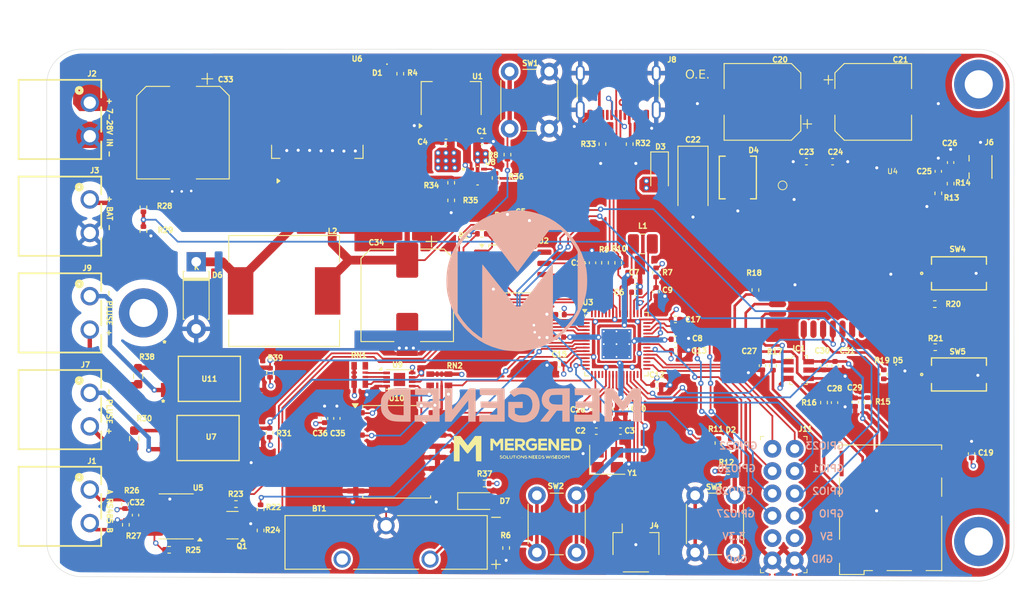
<source format=kicad_pcb>
(kicad_pcb (version 20240108) (generator "pcbnew") (generator_version "8.0")
  (layers (0 "F.Cu" signal) (1 "In1.Cu" power "GND") (2 "In2.Cu" power "POWER") (31 "B.Cu" signal) (34 "B.Paste" user) (35 "F.Paste" user) (36 "B.SilkS" user "B.Silkscreen") (37 "F.SilkS" user "F.Silkscreen") (38 "B.Mask" user) (39 "F.Mask" user) (44 "Edge.Cuts" user))
  (net 0 "")
  (net 1 "+1V1")
  (net 2 "GND")
  (net 3 "+3V3")
  (net 4 "/RP-2350/VREG_AVDD")
  (net 5 "/RP-2350/XIN")
  (net 6 "Net-(C3-Pad1)")
  (net 7 "/GSM_MODULE/4v")
  (net 8 "Net-(C25-Pad1)")
  (net 9 "Net-(C26-Pad1)")
  (net 10 "/GSM_MODULE/SIM_DATA")
  (net 11 "/GSM_MODULE/SIM_CLK")
  (net 12 "/GSM_MODULE/SIM_RST")
  (net 13 "/GSM_MODULE/SIM_VDD")
  (net 14 "+5V")
  (net 15 "/28-5Regulator/7-28v Input")
  (net 16 "Net-(D1-Pad1)")
  (net 17 "Net-(D2-Pad1)")
  (net 18 "Net-(D5-A)")
  (net 20 "Net-(D6-K)")
  (net 21 "/RP-2350/USB_D+")
  (net 24 "/RP-2350/USB_D-")
  (net 26 "/RP-2350/SWCLK")
  (net 27 "/RP-2350/SWD")
  (net 29 "Net-(J5-RST)")
  (net 30 "Net-(J5-CLK)")
  (net 40 "Net-(J5-I{slash}O)")
  (net 41 "Net-(J7-Pad2)")
  (net 42 "Net-(J7-Pad1)")
  (net 43 "Net-(J8-CC1)")
  (net 44 "/RS485/RS485_A")
  (net 45 "/RS485/RS485_B")
  (net 46 "/ADC/BAT+")
  (net 47 "/RP-2350/VREG_LX")
  (net 48 "Net-(Q1-G)")
  (net 49 "Net-(Q1-D)")
  (net 50 "/RP-2350/1USB_D+")
  (net 51 "/RP-2350/1USB_D-")
  (net 52 "/RP-2350/~{USB_BOOT}")
  (net 53 "/RP-2350/QSPI_SS")
  (net 54 "/RP-2350/FLASH_SS")
  (net 55 "/RP-2350/GPIO0")
  (net 57 "/RP-2350/XOUT")
  (net 58 "/GSM_MODULE/RF_ANT")
  (net 59 "/GSM_MODULE/Net_light")
  (net 60 "/GSM_MODULE/REST")
  (net 61 "/GSM_MODULE/PWRKEY")
  (net 62 "Net-(R20-Pad2)")
  (net 63 "Net-(J8-CC2)")
  (net 64 "/RP-2350/UART_TX1")
  (net 65 "/RP-2350/RS485_EN")
  (net 66 "/ADC/ADC")
  (net 67 "/RP-2350/GPIO2")
  (net 68 "/28-5Regulator/5V_BAT")
  (net 69 "/RP-2350/RUN")
  (net 71 "Net-(R6-Pad1)")
  (net 72 "Net-(R21-Pad2)")
  (net 73 "Net-(U8-PR1)")
  (net 74 "/GSM_MODULE/UART_RX")
  (net 75 "Net-(U8-ST)")
  (net 76 "/RP-2350/QSPI_SD1")
  (net 77 "/RP-2350/GPIO3")
  (net 78 "Net-(U3-GPIO24)")
  (net 79 "/GSM_MODULE/UART_TX")
  (net 80 "/RP-2350/UART_RX1")
  (net 81 "/RP-2350/QSPI_SD2")
  (net 82 "/RP-2350/QSPI_SCLK")
  (net 86 "/RP-2350/QSPI_SD0")
  (net 87 "/RP-2350/QSPI_SD3")
  (net 114 "/USB_TYPE_C/5V_USB")
  (net 115 "Net-(D7-K)")
  (net 116 "Net-(D7-A)")
  (net 117 "SDA")
  (net 118 "32K")
  (net 119 "SCL")
  (net 120 "SQW")
  (net 124 "Net-(U9-A0)")
  (net 125 "Net-(U9-A2)")
  (net 126 "Net-(U9-A1)")
  (net 128 "Net-(J9-Pad2)")
  (net 129 "Net-(J9-Pad1)")
  (net 130 "Net-(R22-Pad2)")
  (net 131 "Net-(R30-Pad2)")
  (net 132 "Net-(R38-Pad2)")
  (net 133 "/SPI0_SCK")
  (net 134 "/I2C1_SCL")
  (net 135 "/SPI0_MISO")
  (net 136 "/SPI0_MOSI")
  (net 137 "/I2C1_SDA")
  (net 138 "/SPI0_CS")
  (net 139 "/GPIO28")
  (net 140 "/GPIO27")
  (net 141 "Net-(U3-GPIO10)")
  (footprint "Resistor_SMD:R_0402_1005Metric" (layer "F.Cu") (at 194.4 73.2 90)
    (property "Reference" "R16")
    (property "Value" "22R")
  )
  (footprint "Resistor_SMD:R_0402_1005Metric" (layer "F.Cu") (at 157.49 53.5 -90)
    (property "Reference" "R1")
    (property "Value" "DNF")
  )
  (footprint "LED_SMD:LED_0402_1005Metric" (layer "F.Cu") (at 202.6 70 -90)
    (property "Reference" "D5")
    (property "Value" "LED")
  )
  (footprint "Resistor_SMD:R_0402_1005Metric" (layer "F.Cu") (at 208.8 48.3 -90)
    (property "Reference" "R14")
    (property "Value" "0R")
  )
  (footprint "mergened_footprints:C_ARRAY_EXB28V_PAN" (layer "F.Cu") (at 150.65 70.6 90)
    (property "Reference" "RN2")
    (property "Value" "EXB28V472JX")
  )
  (footprint "Resistor_SMD:R_0402_1005Metric" (layer "F.Cu") (at 155.49 54)
    (property "Reference" "R2")
    (property "Value" "0R")
  )
  (footprint "Capacitor_SMD:C_0402_1005Metric" (layer "F.Cu") (at 177.5 66)
    (property "Reference" "C8")
    (property "Value" "100n")
  )
  (footprint "stajHidro:HRS_U.FL-R-SMT-1_10_" (layer "F.Cu") (at 212.2 46.4 -90)
    (property "Reference" "J6")
    (property "Value" "U.FL-R-SMT-1_10_" (hide yes))
  )
  (footprint "Capacitor_SMD:C_0402_1005Metric" (layer "F.Cu") (at 151.42 43.6 180)
    (property "Reference" "C4")
    (property "Value" "10u")
  )
  (footprint "Capacitor_SMD:C_0402_1005Metric" (layer "F.Cu") (at 208.8 45.9 90)
    (property "Reference" "C26")
    (property "Value" "10pF")
  )
  (footprint "Resistor_SMD:R_0402_1005Metric" (layer "F.Cu") (at 207.4 49.4 -90)
    (property "Reference" "R13")
    (property "Value" "0R")
  )
  (footprint "Resistor_SMD:R_0402_1005Metric" (layer "F.Cu") (at 127.525 84.739999)
    (property "Reference" "R23")
    (property "Value" "0R")
  )
  (footprint "Resistor_SMD:R_0402_1005Metric" (layer "F.Cu") (at 171 57.3 -90)
    (property "Reference" "R10")
    (property "Value" "27")
  )
  (footprint "Connector_USB:USB_C_Receptacle_GCT_USB4105-xx-A_16P_TopMnt_Horizontal" (layer "F.Cu") (at 171 36.8 180)
    (property "Reference" "J8")
    (property "Value" "USB_C_Receptacle_USB2.0_16P")
  )
  (footprint "Resistor_SMD:R_0402_1005Metric" (layer "F.Cu") (at 175.3 58.4 -90)
    (property "Reference" "R7")
    (property "Value" "33")
  )
  (footprint "Capacitor_SMD:C_0402_1005Metric" (layer "F.Cu") (at 175.4 71.2)
    (property "Reference" "C12")
    (property "Value" "100n")
  )
  (footprint "Resistor_SMD:R_0402_1005Metric" (layer "F.Cu") (at 114.9 84.739999 90)
    (property "Reference" "R26")
    (property "Value" "10K")
  )
  (footprint "Capacitor_SMD:C_0402_1005Metric" (layer "F.Cu") (at 173 60.65)
    (property "Reference" "C6")
    (property "Value" "4.7u")
  )
  (footprint "Capacitor_SMD:C_0402_1005Metric" (layer "F.Cu") (at 195.65 69 -90)
    (property "Reference" "C31")
    (property "Value" "1uF")
  )
  (footprint "Capacitor_SMD:C_0402_1005Metric" (layer "F.Cu") (at 207.4 46.9 90)
    (property "Reference" "C25")
    (property "Value" "10pF")
  )
  (footprint "Package_SO:SOIC-8_3.9x4.9mm_P1.27mm" (layer "F.Cu") (at 120.725 86.139999 180)
    (property "Reference" "U5")
    (property "Value" "Max3075EESA")
  )
  (footprint "Capacitor_SMD:CP_Elec_10x10" (layer "F.Cu") (at 147 61 -90)
    (property "Reference" "C34")
    (property "Value" "220uF")
  )
  (footprint "Capacitor_SMD:C_0402_1005Metric" (layer "F.Cu") (at 194.4 69 -90)
    (property "Reference" "C30")
    (property "Value" "33pF")
  )
  (footprint "mergened_footprints:691322310002" (layer "F.Cu") (at 110.9 63 -90)
    (property "Reference" "J9")
    (property "Value" "691322310002")
    (property "VALUE" "691322310002" (hide yes))
  )
  (footprint "Capacitor_SMD:C_0402_1005Metric" (layer "F.Cu") (at 173 59.4)
    (property "Reference" "C7")
    (property "Value" "4.7u")
  )
  (footprint "Resistor_SMD:R_0402_1005Metric" (layer "F.Cu") (at 186.6 60.4 -90)
    (property "Reference" "R18")
    (property "Value" "15K")
  )
  (footprint "mergened_footprints:691322310002" (layer "F.Cu") (at 110.9 85 -90)
    (property "Reference" "J1")
    (property "Value" "691322310002")
    (property "VALUE" "691322310002" (hide yes))
  )
  (footprint "Resistor_SMD:R_0402_1005Metric" (layer "F.Cu") (at 130.325 87.739999 -90)
    (property "Reference" "R24")
    (property "Value" "10K")
  )
  (footprint "Package_SO:SOIC-8_5.23x5.23mm_P1.27mm" (layer "F.Cu") (at 159 58)
    (property "Reference" "U2")
    (property "Value" "W25Q128JVS")
  )
  (footprint "Package_SO:SOIC-16W_7.5x10.3mm_P1.27mm" (layer "F.Cu") (at 145.8 78.8)
    (property "Reference" "U10")
    (property "Value" "DS3231M")
  )
  (footprint "MountingHole:MountingHole_3.2mm_M3_DIN965_Pad" (layer "F.Cu") (at 212 89)
    (property "Reference" "H4")
    (property "Value" "MountingHole")
  )
  (footprint "Resistor_SMD:R_0402_1005Metric" (layer "F.Cu") (at 158.25 89.74 -90)
    (property "Reference" "R6")
    (property "Value" "1k")
  )
  (footprint "Capacitor_SMD:C_0402_1005Metric" (layer "F.Cu") (at 168.3 73.95 -90)
    (property "Reference" "C18")
    (property "Value" "100n")
  )
  (footprint "Capacitor_Tantalum_SMD:CP_EIA-6032-15_Kemet-U" (layer "F.Cu") (at 179.5 47.8 -90)
    (property "Reference" "C22")
    (property "Value" "C_Small")
  )
  (footprint "digikey-footprints:SOT23-6L" (layer "F.Cu") (at 191.5 69.5 -90)
    (property "Reference" "IC1")
    (property "Value" "DALC208SC6")
  )
  (footprint "mergened_footprints:SMB-2_4P60X3P95_ONS" (layer "F.Cu") (at 184.6 47.6 -90)
    (property "Reference" "D4")
    (property "Value" "D_Zener")
  )
  (footprint "Resistor_SMD:R_0402_1005Metric" (layer "F.Cu") (at 157.05 47.65 90)
    (property "Reference" "R36")
    (property "Value" "4.7k")
  )
  (footprint "Package_TO_SOT_SMD:SOT-223-3_TabPin2" (layer "F.Cu") (at 152 38.6 90)
    (property "Reference" "U1")
    (property "Value" "NCP1117-3.3_SOT223")
  )
  (footprint "Resistor_SMD:R_0402_1005Metric" (layer "F.Cu") (at 169.495 57.3 -90)
    (property "Reference" "R9")
    (property "Value" "27")
  )
  (footprint "Diode_SMD:D_0402_1005Metric" (layer "F.Cu") (at 144.7 35.8 -90)
    (property "Reference" "D1")
    (property "Value" "LG_L29K-G2J1-24-Z")
  )
  (footprint "Capacitor_SMD:C_0402_1005Metric" (layer "F.Cu") (at 195.6 73.2 -90)
    (property "Reference" "C28")
    (property "Value" "33pF")
  )
  (footprint "Capacitor_SMD:C_0402_1005Metric" (layer "F.Cu") (at 197.95 73.15 -90)
    (property "Reference" "C29")
    (property "Value" "33pF")
  )
  (footprint "Resistor_SMD:R_0402_1005Metric" (layer "F.Cu") (at 117 53.69 -90)
    (property "Reference" "R29")
    (property "Value" "1K")
  )
  (footprint "Capacitor_SMD:C_0402_1005Metric" (layer "F.Cu") (at 171.25 76.45)
    (property "Reference" "C3")
    (property "Value" "15p")
  )
  (footprint "Resistor_SMD:R_0402_1005Metric" (layer "F.Cu") (at 130.325 85.339999 -90)
    (property "Reference" "R22")
    (property "Value" "0R")
  )
  (footprint "Capacitor_SMD:C_0402_1005Metric" (layer "F.Cu") (at 171.8 73.95 -90)
    (property "Reference" "C10")
    (property "Value" "4.7u")
  )
  (footprint "Capacitor_SMD:C_0402_1005Metric" (layer "F.Cu") (at 211.18 79.005 90)
    (property "Reference" "C19")
    (property "Value" "10u")
  )
  (footprint "Resistor_SMD:R_0402_1005Metric" (layer "F.Cu") (at 158.4 45 90)
    (property "Reference" "R8")
    (property "Value" "1k")
  )
  (footprint "Resistor_SMD:R_0402_1005Metric" (layer "F.Cu") (at 201.2 69.99 -90)
    (property "Reference" "R19")
    (property "Value" "1K")
  )
  (footprint "Resistor_SMD:R_0402_1005Metric" (layer "F.Cu") (at 207.05 66.9)
    (property "Reference" "R21")
    (property "Value" "1K")
  )
  (footprint "mergened_footprints:691322310002" (layer "F.Cu") (at 110.9 74 -90)
    (property "Reference" "J7")
    (property "Value" "691322310002")
    (property "VALUE" "691322310002" (hide yes))
  )
  (footprint "mergened_footprints:EL8171-S1-TU_EVE" (layer "F.Cu") (at 124.3514 77.23)
    (property "Reference" "U7")
    (property "Value" "EL8171S1TU-G")
  )
  (footprint "Resistor_SMD:R_0402_1005Metric" (layer "F.Cu") (at 172.3 43.8 -90)
    (property "Reference" "R32")
    (property "Value" "5k1")
  )
  (footprint "Diode_THT:D_DO-41_SOD81_P7.62mm_Horizontal" (layer "F.Cu") (at 123 57.19 -90)
    (property "Reference" "D6")
    (property "Value" "1N5824")
  )
  (footprint "MountingHole:MountingHole_3.2mm_M3_DIN965_Pad" (layer "F.Cu") (at 212 37)
    (property "Reference" "H3")
    (property "Value" "MountingHole")
  )
  (footprint "Capacitor_SMD:C_0402_1005Metric" (layer "F.Cu") (at 155.48 43.5)
    (property "Reference" "C1")
    (property "Value" "10u")
  )
  (footprint "stajHidro:SW_PTS636_CNK" (layer "F.Cu") (at 209.749999 70)
    (property "Reference" "SW5")
    (property "Value" "BTN_DEACTIVE")
  )
  (footprint "Capacitor_SMD:C_0402_1005Metric" (layer "F.Cu") (at 164.3 65.75 180)
    (property "Reference" "C11")
    (property "Value" "100n")
  )
  (footprint "Resistor_SMD:R_0603_1608Metric_Pad0.98x0.95mm_HandSolder" (layer "F.Cu") (at 116.4 70.2 90)
    (property "Reference" "R38")
    (property "Value" "R")
  )
  (footprint "digikey-footprints:PinHeader_6x2_P2.54mm_Vertical" (layer "F.Cu") (at 191.07 91.15 180)
    (property "Reference" "J11")
    (property "Value" "67996-412HLF")
  )
  (footprint "Resistor_SMD:R_0402_1005Metric" (layer "F.Cu") (at 159.49 54 180)
    (property "Reference" "R3")
    (property "Value" "DNF")
  )
  (footprint "mergened_footprints:EL8171-S1-TU_EVE" (layer "F.Cu") (at 124.5 70.5)
    (property "Reference" "U11")
    (property "Value" "EL8171S1TU-G")
  )
  (footprint "Resistor_SMD:R_0402_1005Metric" (layer "F.Cu") (at 146.21 35.8 -90)
    (property "Reference" "R4")
    (property "Value" "1k")
  )
  (footprint "Package_TO_SOT_SMD:SOT-23" (layer "F.Cu") (at 127.125 87.139999 180)
    (property "Reference" "Q1")
    (property "Value" "BSN20")
  )
  (footprint "mergened_footprints:691322310002" (layer "F.Cu") (at 110.9 41 -90)
    (property "Reference" "J2")
    (property "Value" "691322310002")
    (property "VALUE" "691322310002" (hide yes))
  )
  (footprint "Button_Switch_THT:SW_PUSH_6mm_H5mm" (layer "F.Cu") (at 161.75 90.25 90)
    (property "Reference" "SW2")
    (property "Value" "SW_Push")
  )
  (footprint "Diode_SMD:D_SOD-123F" (layer "F.Cu") (at 175.7 46.9 -90)
    (property "Reference" "D3")
    (property "Value" "D")
  )
  (footprint "Capacitor_SMD:C_0402_1005Metric" (layer "F.Cu") (at 139 75 90)
    (property "Reference" "C35")
    (property "Value" "0.1u")
  )
  (footprint "footprints:mergened_footprints2.pretty" (layer "F.Cu") (at 159.4 77.6)
    (property "Reference" "G***" (hide yes))
    (property "Value" "LOGO" (hide yes))
  )
  (footprint "Capacitor_SMD:C_0402_1005Metric" (layer "F.Cu") (at 168.5 76.45 180)
    (property "Reference" "C2")
    (property "Value" "15p")
  )
  (footprint "Resistor_SMD:R_0402_1005Metric" (layer "F.Cu") (at 131.3514 76.63 90)
    (property "Reference" "R31")
    (property "Value" "10k")
  )
  (footprint "mergened_footprints:C_ARRAY_EXB28V_PAN" (layer "F.Cu") (at 141.6 70.05 180)
    (property "Reference" "RN1")
    (property "Value" "EXB28V472JX")
  )
  (footprint "Button_Switch_THT:SW_PUSH_6mm_H5mm" (layer "F.Cu") (at 179.75 90.25 90)
    (property "Reference" "SW3")
    (property "Value" "SW_Push")
  )
  (footprint "Capacitor_SMD:C_0402_1005Metric" (layer "F.Cu") (at 116.1 86 -90)
    (property "Reference" "C32")
    (property "Value" "100nF")
  )
  (footprint "Resistor_SMD:R_0603_1608Metric_Pad0.98x0.95mm_HandSolder" (layer "F.Cu") (at 115.9514 77.296327 90)
    (property "Reference" "R30")
    (property "Value" "R")
  )
  (footprint "stajHidro:SW_PTS636_CNK" (layer "F.Cu") (at 209.750001 58.5)
    (property "Reference" "SW4")
    (property "Value" "BTN_DEACTIVE")
  )
  (footprint "Connector_JAE:JAE_SIM_Card_SF72S006" (layer "F.Cu") (at 202.96 83.29)
    (property "Reference" "J5" (hide yes))
    (property "Value" "JAE_SIM_Card_SF72S006")
  )
  (footprint "mergened_footprints:691322310002" (layer "F.Cu") (at 110.9 52 -90)
    (property "Reference" "J3")
    (property "Value" "691322310002")
    (property "VALUE" "691322310002" (hide yes))
  )
  (footprint "Resistor_SMD:R_0402_1005Metric" (layer "F.Cu") (at 182.4 77.8 90)
    (property "Reference" "R11")
    (property "Value" "1k")
  )
  (footprint "Connector_JST:JST_SH_SM03B-SRSS-TB_1x03-1MP_P1.00mm_Horizontal" (layer "F.Cu") (at 173.0125 89.76875)
    (property "Reference" "J4")
    (property "Value" "SM03B-SRSS-TB")
  )
  (footprint "Resistor_SMD:R_0402_1005Metric" (layer "F.Cu") (at 152 48.2 -90)
    (property "Reference" "R34")
    (property "Value" "10k")
  )
  (footprint "Resistor_SMD:R_0402_1005Metric" (layer "F.Cu") (at 152 50.2 -90)
    (property "Reference" "R35")
    (property "Value" "3k")
  )
  (footprint "Package_TO_SOT_SMD:TO-263-5_TabPin3" (layer "F.Cu") (at 136.775 40.6 90)
    (property "Reference" "U6")
    (property "Value" "LM2596S-5")
  )
  (footprint "Diode_SMD:D_0402_1005Metric" (layer "F.Cu") (at 183.8 77.8 90)
    (property "Reference" "D2")
    (property "Value" "LG_L29K-G2J1-24-Z")
  )
  (footprint "Package_DFN_QFN:QFN-60-1EP_7x7mm_P0.4mm_EP3.4x3.4mm_ThermalVias" (layer "F.Cu") (at 170.8 66.55)
    (property "Reference" "U3")
    (property "Value" "RP2350_60QFN")
  )
  (footprint "Resistor_SMD:R_0402_1005Metric" (layer "F.Cu") (at 117 50.99 -90)
    (property "Reference" "R28")
    (property "Value" "5K")
  )
  (footprint "Capacitor_SMD:C_0402_1005Metric" (layer "F.Cu") (at 164.3 68.8 180)
    (property "Reference" "C15")
    (property "Value" "100n")
  )
  (footprint "Resistor_SMD:R_0402_1005Metric" (layer "F.Cu") (at 199.35 73.15 90)
    (property "Reference" "R15")
    (property "Value" "22R")
  )
  (footprint "Resistor_SMD:R_0402_1005Metric" (layer "F.Cu") (at 119.925 89.939999)
    (property "Reference" "R25")
    (property "Value" "10K")
  )
  (footprint "Resistor_SMD:R_0402_1005Metric" (layer "F.Cu") (at 170.05 73.95 -90)
    (property "Reference" "R5")
    (property "Value" "1k")
  )
  (footprint "Button_Switch_THT:SW_PUSH_6mm_H5mm" (layer "F.Cu") (at 163.15 35.55 -90)
    (property "Reference" "SW1")
    (property "Value" "SW_Push")
  )
  (footprint "Resistor_SMD:R_0402_1005Metric" (layer "F.Cu") (at 183.49 81)
    (property "Reference" "R12")
    (property "Value" "10k")
  )
  (footprint "mergened_footprints:BAT_1074" (layer "F.Cu") (at 144.6 89.1 180)
    (property "Reference" "BT1")
    (property "Value" "1074")
  )
  (footprint "Capacitor_SMD:C_0402_1005Metric" (layer "F.Cu") (at 137.6 75 90)
    (property "Reference" "C36")
    (property "Value" "1u")
  )
  (footprint "Resistor_SMD:R_0402_1005Metric" (layer "F.Cu") (at 169.2 43.8 -90)
    (property "Reference" "R33")
    (property "Value" "5k1")
  )
  (footprint "Diode_SMD:Nexperia_CFP3_SOD-123W" (layer "F.Cu") (at 155 84.4)
    (property "Reference" "D7")
    (property "Value" "1N4148")
  )
  (footprint "Resistor_SMD:R_0402_1005Metric" (layer "F.Cu") (at 155.8 82.4 180)
    (property "Reference" "R37")
    (property "Value" "220")
  )
  (footprint "Inductor_SMD:L_12x12mm_H8mm" (layer "F.Cu") (at 133 60.5 180)
    (property "Reference" "L2")
    (property "Value" "33uH")
  )
  (footprint "Capacitor_SMD:CP_Elec_10x10" (layer "F.Cu") (at 121.5 42.5 -90)
    (property "Reference" "C33")
    (property "Value" "680uF")
  )
  (footprint "Capacitor_SMD:C_0402_1005Metric" (layer "F.Cu") (at 175.3 60.6 -90)
    (property "Reference" "C9")
    (property "Value" "4.7u")
  )
  (footprint "Resistor_SMD:R_0402_1005Metric" (layer "F.Cu") (at 115 87.1 90)
    (property "Reference" "R27")
    (property "Value" "10K")
  )
  (footprint "Capacitor_SMD:CP_Elec_8x10.5" (layer "F.Cu") (at 200 39)
    (property "Reference" "C21")
    (property "Value" "470uF")
  )
  (footprint "Capacitor_SMD:C_0402_1005Metric" (layer "F.Cu") (at 177.52 67.3)
    (property "Reference" "C13")
    (property "Value" "100n")
  )
  (footprint "Capacitor_SMD:C_0402_1005Metric" (layer "F.Cu") (at 164.38 63.2 180)
    (property "Reference" "C16")
    (property "Value" "100n")
  )
  (footprint "Capacitor_SMD:C_0402_1005Metric" (layer "F.Cu") (at 168.075 57.3 90)
    (property "Reference" "C14")
    (property "Value" "100n")
  )
  (footprint "Inductor_SMD:L_1008_2520Metric" (layer "F.Cu") (at 173.8 55.15)
    (property "Reference" "L1")
    (property "Value" "3.3u")
  )
  (footprint "Capacitor_SMD:C_0402_1005Metric" (layer "F.Cu") (at 195.38 45.8)
    (property "Reference" "C24")
    (property "Value" "33pF")
  )
  (footprint "mergened_footprints:SOTFL50P160X60-8N" (layer "F.Cu") (at 155 47.4)
    (property "Reference" "U8")
    (property "Value" "TPS2117DRLR")
  )
  (footprint "Resistor_SMD:R_0402_1005Metric" (layer "F.Cu") (at 188.6 69 90)
    (property "Reference" "R17")
    (property "Value" "22R")
  )
  (footprint "Package_DFN_QFN:DFN-8-1EP_3x2mm_P0.5mm_EP1.3x1.5mm" (layer "F.Cu") (at 146.1125 70.575)
    (property "Reference" "U9")
    (property "Value" "AT24CS01-MAHM")
  )
  (footprint "Capacitor_SMD:C_0402_1005Metric" (layer "F.Cu") (at 177.5 63.75)
    (property "Reference" "C17")
    (property "Value" "100n")
  )
  (footprint "MountingHole:MountingHole_3.2mm_M3_DIN965_Pad" (layer "F.Cu") (at 117 63)
    (property "Reference" "H2")
    (property "Value" "MountingHole")
  )
  (footprint "Resistor_SMD:R_0402_1005Metric" (layer "F.Cu") (at 131.4 69.8 90)
    (property "Reference" "R39")
    (property "Value" "10k")
  )
  (footprint "Capacitor_SMD:C_0402_1005Metric" (layer "F.Cu") (at 159.49 52.5 180)
    (property "Reference" "C5")
    (property "Value" "100n")
  )
  (footprint "Capacitor_SMD:C_0402_1005Metric" (layer "F.Cu") (at 187.4 69 -90)
    (property "Reference" "C27")
    (property "Value" "33pF")
  )
  (footprint "Capacitor_SMD:C_0402_1005Metric" (layer "F.Cu") (at 192.4 45.8 180)
    (property "Reference" "C23")
    (property "Value" "0.1uF")
  )
  (footprint "Capacitor_SMD:CP_Elec_8x10.5" (layer "F.Cu") (at 187.4 39 180)
    (property "Reference" "C20")
    (property "Value" "100uF")
  )
  (footprint "Crystal:Crystal_SMD_3225-4Pin_3.2x2.5mm" (layer "F.Cu") (at 169.75 79.7)
    (property "Reference" "Y1")
    (property "Value" "ABM8-272-T3")
  )
  (footprint "Resistor_SMD:R_0402_1005Metric" (layer "F.Cu") (at 207 62)
    (property "Reference" "R20")
    (property "Value" "1K")
  )
  (footprint "mergened_footprints:MG2608" (layer "F.Cu") (at 196.5 56.5)
    (property "Reference" "U4")
    (property "Value" "~")
  )
  (footprint "footprints:mergened_footprints3.pretty" (layer "B.Cu") (at 159.186977 64.472792 180)
    (property "Reference" "G***")
    (property "Value" "LOGO" (hide yes))
  )
  (gr_line (start 106 89) (end 106 37) (stroke (width 0.05)) (layer "Edge.Cuts"))
  (gr_arc (start 106 37) (mid 107.171573 34.171573) (end 110 33) (stroke (width 0.05)) (layer "Edge.Cuts"))
  (gr_arc (start 110 93) (mid 107.171573 91.828427) (end 106 89) (stroke (width 0.05)) (layer "Edge.Cuts"))
  (gr_line (start 216 89.5) (end 216.007659 37.023196) (stroke (width 0.05)) (layer "Edge.Cuts"))
  (gr_arc (start 212.007659 33.023196) (mid 214.836086 34.194769) (end 216.007659 37.023196) (stroke (width 0.05)) (layer "Edge.Cuts"))
  (gr_line (start 110 33) (end 212.007659 33.023196) (stroke (width 0.05)) (layer "Edge.Cuts"))
  (gr_arc (start 216 89.5) (mid 214.828427 92.328427) (end 212 93.5) (stroke (width 0.05)) (layer "Edge.Cuts"))
  (gr_line (start 110 93) (end 212 93.5) (stroke (width 0.05)) (layer "Edge.Cuts"))
  (gr_text "GPIO23         GPIO22          \n\nGPIO1		 GPIO20         \n\nGPIO2           GPIO28           \n\nGPIO            GPIO27           \n\n  5V              3.3V              \n\n  GND            GND\n\n" (at 196.75 92.75 0) (layer "B.SilkS") (effects (font (size 0.8 0.8) (thickness 0.15) (bold yes)) (justify left bottom mirror)))
  (gr_text "+ BAT -\n" (at 112.8 49.6 270) (layer "F.SilkS") (effects (font (size 0.6 0.6) (thickness 0.15) (bold yes)) (justify left bottom)))
  (gr_text "- PLUSE +\n \n" (at 111.8 71.5 270) (layer "F.SilkS") (effects (font (size 0.6 0.6) (thickness 0.15) (bold yes)) (justify left bottom)))
  (gr_text " + 7-28V IN -\n" (at 112.8 38 270) (layer "F.SilkS") (effects (font (size 0.6 0.6) (thickness 0.15) (bold yes)) (justify left bottom)))
  (gr_text "- PLUSE +\n \n" (at 111.8 60.3 270) (layer "F.SilkS") (effects (font (size 0.6 0.6) (thickness 0.15) (bold yes)) (justify left bottom)))
  (gr_text "A RS485 B\n" (at 112.8 83 270) (layer "F.SilkS") (effects (font (size 0.6 0.6) (thickness 0.15) (bold yes)) (justify left bottom)))
  (gr_text "O.E.\n\n" (at 178.6 38.2 0) (layer "F.SilkS") (effects (font (size 1 1) (thickness 0.1)) (justify left bottom)))
  (segment (start 171.3 72.6) (end 171.3 72.05) (width 0.2) (layer "F.Cu") (net 1))
  (segment (start 171.8 73.47) (end 171.3 72.97) (width 0.2) (layer "F.Cu") (net 1))
  (segment (start 171.99 59.93) (end 171.99 63.09) (width 0.2) (layer "F.Cu") (net 1))
  (segment (start 177.02 66) (end 176.35 66) (width 0.2) (layer "F.Cu") (net 1))
  (segment (start 176.35 66) (end 176.275 66.075) (width 0.2) (layer "F.Cu") (net 1))
  (segment (start 171.3 72.05) (end 170.8 71.55) (width 0.2) (layer "F.Cu") (net 1))
  (segment (start 171.3 72.97) (end 171.3 72.6) (width 0.2) (layer "F.Cu") (net 1))
  (segment (start 167.35 65.75) (end 165.5 65.75) (width 0.2) (layer "F.Cu") (net 1))
  (segment (start 171.99 63.09) (end 172 63.1) (width 0.2) (layer "F.Cu") (net 1))
  (segment (start 172.725 55.15) (end 172.52 55.355) (width 0.2) (layer "F.Cu") (net 1))
  (segment (start 172.52 59.4) (end 171.99 59.93) (width 0.2) (layer "F.Cu") (net 1))
  (segment (start 170.8 71.55) (end 170.8 70) (width 0.2) (layer "F.Cu") (net 1))
  (segment (start 172.52 55.355) (end 172.52 59.4) (width 0.2) (layer "F.Cu") (net 1))
  (segment (start 176.275 66.075) (end 176.2 66.15) (width 0.2) (layer "F.Cu") (net 1))
  (segment (start 165.5 65.75) (end 164.78 65.75) (width 0.2) (layer "F.Cu") (net 1))
  (segment (start 176.2 66.15) (end 174.25 66.15) (width 0.2) (layer "F.Cu") (net 1))
  (via (at 176.275 66.075) (size 0.6) (drill 0.35) (layers "F.Cu" "B.Cu") (net 1))
  (via (at 171.3 72.6) (size 0.6) (drill 0.35) (layers "F.Cu" "B.Cu") (net 1))
  (via (at 172.1 58.7) (size 0.6) (drill 0.35) (layers "F.Cu" "B.Cu") (net 1))
  (via (at 171.7 64.4) (size 0.6) (drill 0.35) (layers "F.Cu" "B.Cu") (net 1))
  (via (at 172.817544 66.218231) (size 0.6) (drill 0.35) (layers "F.Cu" "B.Cu") (net 1))
  (via (at 168.757584 65.77862) (size 0.6) (drill 0.35) (layers "F.Cu" "B.Cu") (net 1))
  (via (at 165.5 65.75) (size 0.6) (drill 0.35) (layers "F.Cu" "B.Cu") (net 1))
  (via (at 171.156475 68.700002) (size 0.5) (drill 0.25) (layers "F.Cu" "B.Cu") (net 1))
  (segment (start 171.156475 68.700002) (end 171.3 68.843527) (width 0.6) (layer "B.Cu") (net 1))
  (segment (start 172.960775 66.075) (end 176.275 66.075) (width 0.6) (layer "B.Cu") (net 1))
  (segment (start 172.817544 66.218231) (end 172.960775 66.075) (width 0.6) (layer "B.Cu") (net 1))
  (segment (start 171.7 59.1) (end 172.1 58.7) (width 0.6) (layer "B.Cu") (net 1))
  (segment (start 171.3 68.843527) (end 171.3 72.6) (width 0.6) (layer "B.Cu") (net 1))
  (segment (start 168.757584 65.77862) (end 168.728964 65.75) (width 0.6) (layer "B.Cu") (net 1))
  (segment (start 171.7 64.4) (end 171.7 59.1) (width 0.6) (layer "B.Cu") (net 1))
  (segment (start 168.728964 65.75) (end 165.5 65.75) (width 0.6) (layer "B.Cu") (net 1))
  (segment (start 184.6 49.5939) (end 184.6 51.4) (width 0.4) (layer "F.Cu") (net 2))
  (segment (start 211.18 78.525) (end 211.18 77.605) (width 0.2) (layer "F.Cu") (net 2))
  (segment (start 212.2 44.925) (end 212.2 43.6) (width 0.2) (layer "F.Cu") (net 2))
  (segment (start 173.48 60.02) (end 173.5 60) (width 0.2) (layer "F.Cu") (net 2))
  (segment (start 150.94 42.99) (end 149.7 41.75) (width 0.4) (layer "F.Cu") (net 2))
  (segment (start 147.85 41.75) (end 147.8 41.7) (width 0.4) (layer "F.Cu") (net 2))
  (segment (start 154.05 46.65) (end 153.6 46.2) (width 0.2) (layer "F.Cu") (net 2))
  (segment (start 197.9 73.68) (end 197.95 73.63) (width 0.4) (layer "F.Cu") (net 2))
  (segment (start 172.3 45.3) (end 173 46) (width 0.3) (layer "F.Cu") (net 2))
  (segment (start 114.97 86.6) (end 114.1 86.6) (width 0.2) (layer "F.Cu") (net 2))
  (segment (start 172.2 76.92) (end 172.2 80.2) (width 0.4) (layer "F.Cu") (net 2))
  (segment (start 168.02 76.45) (end 168.02 78.22) (width 0.4) (layer "F.Cu") (net 2))
  (segment (start 168.075 55.975) (end 168 55.9) (width 0.2) (layer "F.Cu") (net 2))
  (segment (start 167.15 78.85) (end 167 79) (width 0.4) (layer "F.Cu") (net 2))
  (segment (start 196.8 73.68) (end 197.9 73.68) (width 0.4) (layer "F.Cu") (net 2))
  (segment (start 207.2 39) (end 207.4 39.2) (width 0.4) (layer "F.Cu") (net 2))
  (segment (start 171.8 76.38) (end 171.73 76.45) (width 0.4) (layer "F.Cu") (net 2))
  (segment (start 183.7 39) (end 180.2 39) (width 0.4) (layer "F.Cu") (net 2))
  (segment (start 206 51) (end 206.1 50.9) (width 0.4) (layer "F.Cu") (net 2))
  (segment (start 213 70) (end 212 70) (width 0.4) (layer "F.Cu") (net 2))
  (segment (start 173 89.35625) (end 173.0125 89.34375) (width 0.2) (layer "F.Cu") (net 2))
  (segment (start 150.45 79.435) (end 150.45 78.165) (width 0.4) (layer "F.Cu") (net 2))
  (segment (start 177.98 66) (end 178.9 66) (width 0.2) (layer "F.Cu") (net 2))
  (segment (start 163.82 68.8) (end 163.05 68.8) (width 0.2) (layer "F.Cu") (net 2))
  (segment (start 207.4 46.42) (end 207.4 45.4) (width 0.2) (layer "F.Cu") (net 2))
  (segment (start 141.15 79.435) (end 141.15 83.245) (width 0.6) (layer "F.Cu") (net 2))
  (segment (start 147.5625 70.325) (end 148.075 70.325) (width 0.2) (layer "F.Cu") (net 2))
  (segment (start 173.48 60.65) (end 173.48 60.02) (width 0.2) (layer "F.Cu") (net 2))
  (segment (start 173.48 59.98) (end 173.5 60) (width 0.2) (layer "F.Cu") (net 2))
  (segment (start 144.6 87.2) (end 144.6 85.3) (width 0.2) (layer "F.Cu") (net 2))
  (segment (start 117.81 54.2) (end 117.85 54.24) (width 0.4) (layer "F.Cu") (net 2))
  (segment (start 196.5 46.4) (end 196.5 48.15) (width 0.4) (layer "F.Cu") (net 2))
  (segment (start 174.2 40.48) (end 174.2 41.4) (width 0.4) (layer "F.Cu") (net 2))
  (segment (start 194.4 69.48) (end 195.65 69.48) (width 0.4) (layer "F.Cu") (net 2))
  (segment (start 194.38 69.5) (end 194.4 69.48) (width 0.4) (layer "F.Cu") (net 2))
  (segment (start 168 75.8) (end 168 76.43) (width 0.4) (layer "F.Cu") (net 2))
  (segment (start 167.8 40.48) (end 167.72 40.48) (width 0.4) (layer "F.Cu") (net 2))
  (segment (start 203.9 58.7) (end 202.1 58.7) (width 0.4) (layer "F.Cu") (net 2))
  (segment (start 196.08 69.48) (end 196.8 70.2) (width 0.2) (layer "F.Cu") (net 2))
  (segment (start 189.1 49.9) (end 190.8 49.9) (width 0.4) (layer "F.Cu") (net 2))
  (segment (start 177.98 63.75) (end 178.85 63.75) (width 0.2) (layer "F.Cu") (net 2))
  (segment (start 141.15 83.245) (end 141.15 84.15) (width 0.6) (layer "F.Cu") (net 2))
  (segment (start 163.9 63.2) (end 162.93 63.2) (width 0.2) (layer "F.Cu") (net 2))
  (segment (start 175.3125 91.64375) (end 173.0125 89.34375) (width 0.2) (layer "F.Cu") (net 2))
  (segment (start 162.93 63.2) (end 162.88 63.15) (width 0.2) (layer "F.Cu") (net 2))
  (segment (start 200.1 46.5) (end 199.8 46.8) (width 0.4) (layer "F.Cu") (net 2))
  (segment (start 168.3 75.4) (end 168.3 75.5) (width 0.4) (layer "F.Cu") (net 2))
  (segment (start 170.85 80.55) (end 171.85 80.55) (width 0.4) (layer "F.Cu") (net 2))
  (segment (start 114.1 86.6) (end 114.045 86.545) (width 0.2) (layer "F.Cu") (net 2))
  (segment (start 175.88 71.2) (end 176.9 71.2) (width 0.2) (layer "F.Cu") (net 2))
  (segment (start 119.94 84.234999) (end 120 84.174999) (width 0.2) (layer "F.Cu") (net 2))
  (segment (start 129.2028 78.5) (end 129.2028 79.9814) (width 0.4) (layer "F.Cu") (net 2))
  (segment (start 186.12 69.48) (end 185.8 69.8) (width 0.4) (layer "F.Cu") (net 2))
  (segment (start 173.0125 89.34375) (end 173.0125 87.76875) (width 0.2) (layer "F.Cu") (net 2))
  (segment (start 180.2 39) (end 180 39.2) (width 0.4) (layer "F.Cu") (net 2))
  (segment (start 128.0625 86.189999) (end 128.415 86.189999) (width 0.2) (layer "F.Cu") (net 2))
  (segment (start 150.45 83.245) (end 150.45 84.35) (width 0.6) (layer "F.Cu") (net 2))
  (segment (start 158.25 90.25) (end 158.25 91.14) (width 0.2) (layer "F.Cu") (net 2))
  (segment (start 195.4 48.15) (end 195.4 46.6) (width 0.4) (layer "F.Cu") (net 2))
  (segment (start 156.405 59.905) (end 156.8 60.3) (width 0.2) (layer "F.Cu") (net 2))
  (segment (start 192.65 69.5) (end 194.38 69.5) (width 0.4) (layer "F.Cu") (net 2))
  (segment (start 178 67.3) (end 178.9 67.3) (width 0.2) (layer "F.Cu") (net 2))
  (segment (start 163.05 68.8) (end 162.9 68.95) (width 0.2) (layer "F.Cu") (net 2))
  (segment (start 144.7 36.285) (end 139.94 36.285) (width 0.2) (layer "F.Cu") (net 2))
  (segment (start 197.1 45.8) (end 195.86 45.8) (width 0.4) (layer "F.Cu") (net 2))
  (segment (start 213.000002 58.5) (end 211.7 58.5) (width 0.4) (layer "F.Cu") (net 2))
  (segment (start 208.8 45.42) (end 208.8 44.4) (width 0.2) (layer "F.Cu") (net 2))
  (segment (start 173.48 59.4) (end 173.48 59.98) (width 0.2) (layer "F.Cu") (net 2))
  (segment (start 144.6625 71.325) (end 143.375 71.325) (width 0.2) (layer "F.Cu") (net 2))
  (segment (start 141.15 84.15) (end 140.8 84.5) (width 0.2) (layer "F.Cu") (net 2))
  (segment (start 172.3 44.31) (end 172.3 45.3) (width 0.3) (layer "F.Cu") (net 2))
  (segment (start 173.51 61.83) (end 173.2 62.14) (width 0.2) (layer "F.Cu") (net 2))
  (segment (start 150.45 79.435) (end 150.45 83.245) (width 0.6) (layer "F.Cu") (net 2))
  (segment (start 203.515 69.515) (end 203.6 69.6) (width 0.2) (layer "F.Cu") (net 2))
  (segment (start 152 50.71) (end 152 51.6) (width 0.4) (layer "F.Cu") (net 2))
  (segment (start 154.265 46.65) (end 154.05 46.65) (width 0.2) (layer "F.Cu") (net 2))
  (segment (start 117 54.2) (end 117.81 54.2) (width 0.4) (layer "F.Cu") (net 2))
  (segment (start 200.4 46.5) (end 200.1 46.5) (width 0.4) (layer "F.Cu") (net 2))
  (segment (start 148.075 70.325) (end 148.6 69.8) (width 0.2) (layer "F.Cu") (net 2))
  (segment (start 167.72 40.48) (end 166.4 41.8) (width 0.4) (layer "F.Cu") (net 2))
  (segment (start 191.92 45.8) (end 190.9 45.8) (width 0.4) (layer "F.Cu") (net 2))
  (segment (start 202.6 69.515) (end 203.515 69.515) (width 0.2) (layer "F.Cu") (net 2))
  (segment (start 202.1 58.7) (end 202 58.6) (width 0.4) (layer "F.Cu") (net 2))
  (segment (start 195.6 73.68) (end 196.8 73.68) (width 0.4) (layer "F.Cu") (net 2))
  (segment (start 174.2 41.4) (end 174.8 42) (width 0.4) (layer "F.Cu") (net 2))
  (segment (start 195.86 46.14) (end 195.86 45.8) (width 0.4) (layer "F.Cu") (net 2))
  (segment (start 155.4 59.905) (end 156.405 59.905) (width 0.2) (layer "F.Cu") (net 2))
  (segment (start 115.11 86.48) (end 115 86.59) (width 0.2) (layer "F.Cu") (net 2))
  (segment (start 178.9 66) (end 179 65.9) (width 0.2) (layer "F.Cu") (net 2))
  (segment (start 203.9 51) (end 206 51) (width 0.4) (layer "F.Cu") (net 2))
  (segment (start 137.6 74.52) (end 137.6 73.6) (width 0.2) (layer "F.Cu") (net 2))
  (segment (start 159.01 52.41) (end 158.4 51.8) (width 0.2) (layer "F.Cu") (net 2))
  (segment (start 173.2 62.14) (end 173.2 63.1) (width 0.2) (layer "F.Cu") (net 2))
  (segment (start 200.42 85.465) (end 200.38 85.505) (width 0.6) (layer "F.Cu") (net 2))
  (segment (start 150.45 84.35) (end 150.3 84.5) (width 0.2) (layer "F.Cu") (net 2))
  (segment (start 187.4 69.48) (end 186.12 69.48) (width 0.4) (layer "F.Cu") (net 2))
  (segment (start 168.3 74.43) (end 168.3 75.4) (width 0.4) (layer "F.Cu") (net 2))
  (segment (start 149.7 41.75) (end 147.85 41.75) (width 0.4) (layer "F.Cu") (net 2))
  (segment (start 150.94 43.6) (end 150.94 42.99) (width 0.4) (layer "F.Cu") (net 2))
  (segment (start 155.96 43.5) (end 156.8 43.5) (width 0.2) (layer "F.Cu") (net 2))
  (segment (start 168 76.43) (end 168.02 76.45) (width 0.4) (layer "F.Cu") (net 2))
  (segment (start 200.9 46.7) (end 200.7 46.5) (width 0.4) (layer "F.Cu") (net 2))
  (segment (start 168.3 75.5) (end 168 75.8) (width 0.4) (layer "F.Cu") (net 2))
  (segment (start 139.94 36.285) (end 139.55 36.675) (width 0.2) (layer "F.Cu") (net 2))
  (segment (start 197.1 45.8) (end 196.5 46.4) (width 0.4) (layer "F.Cu") (net 2))
  (segment (start 168.075 56.82) (end 168.075 55.975) (width 0.2) (layer "F.Cu") (net 2))
  (segment (start 200.7 46.5) (end 200.4 46.5) (width 0.4) (layer "F.Cu") (net 2))
  (segment (start 139 74.32) (end 139 73.6) (width 0.2) (layer "F.Cu") (net 2))
  (segment (start 118.25 84.234999) (end 119.94 84.234999) (width 0.2) (layer "F.Cu") (net 2))
  (segment (start 116.1 86.48) (end 115.11 86.48) (width 0.2) (layer "F.Cu") (net 2))
  (segment (start 199.8 46.8) (end 199.8 48.15) (width 0.4) (layer "F.Cu") (net 2))
  (segment (start 178.9 67.3) (end 179 67.2) (width 0.2) (layer "F.Cu") (net 2))
  (segment (start 195.65 69.48) (end 196.08 69.48) (width 0.2) (layer "F.Cu") (net 2))
  (segment (start 128.415 86.189999) (end 129.2 86.974999) (width 0.2) (layer "F.Cu") (net 2))
  (segment (start 171.85 80.55) (end 172.2 80.2) (width 0.4) (layer "F.Cu") (net 2))
  (segment (start 190.8 49.9) (end 191 50.1) (width 0.4) (layer "F.Cu") (net 2))
  (segment (start 212 70) (end 211.9 70.1) (width 0.4) (layer "F.Cu") (net 2))
  (segment (start 171.8 74.43) (end 171.8 76.38) (width 0.4) (layer "F.Cu") (net 2))
  (segment (start 166.4 41.8) (end 166 41.8) (width 0.4) (layer "F.Cu") (net 2))
  (segment (start 189.1 59.8) (end 191.1 59.8) (width 0.4) (layer "F.Cu") (net 2))
  (segment (start 200.9 48.15) (end 200.9 46.7) (width 0.4) (layer "F.Cu") (net 2))
  (segment (start 179.75 90.25) (end 179.75 83.75) (width 0.4) (layer "F.Cu") (net 2))
  (segment (start 163.82 65.75) (end 162.95 65.75) (width 0.2) (layer "F.Cu") (net 2))
  (segment (start 169.2 45.8) (end 169 46) (width 0.3) (layer "F.Cu") (net 2))
  (segment (start 143.375 71.325) (end 142.4 72.3) (width 0.2) (layer "F.Cu") (net 2))
  (segment (start 162.95 65.75) (end 162.9 65.8) (width 0.2) (layer "F.Cu") (net 2))
  (segment (start 179.5 50.2625) (end 179.5 52.1) (width 0.4) (layer "F.Cu") (net 2))
  (segment (start 203.7 39) (end 207.2 39) (width 0.4) (layer "F.Cu") (net 2))
  (segment (start 159.01 52.5) (end 159.01 52.41) (width 0.2) (layer "F.Cu") (net 2))
  (segment (start 168.02 78.22) (end 168.65 78.85) (width 0.4) (layer "F.Cu") (net 2))
  (segment (start 171.73 76.45) (end 172.2 76.92) (width 0.4) (layer "F.Cu") (net 2))
  (segment (start 168.65 78.85) (end 167.15 78.85) (width 0.4) (layer "F.Cu") (net 2))
  (segment (start 169.2 44.31) (end 169.2 45.8) (width 0.3) (layer "F.Cu") (net 2))
  (segment (start 129.2028 79.9814) (end 129.2514 80.03) (width 0.4) (layer "F.Cu") (net 2))
  (segment (start 178.85 63.75) (end 178.9 63.7) (width 0.2) (layer "F.Cu") (net 2))
  (segment (start 200.42 84) (end 200.42 85.465) (width 0.6) (layer "F.Cu") (net 2))
  (segment (start 175.3 61.08) (end 176.28 61.08) (width 0.2) (layer "F.Cu") (net 2))
  (segment (start 176.28 61.08) (end 176.3 61.1) (width 0.2) (layer "F.Cu") (net 2))
  (segment (start 195.4 46.6) (end 195.86 46.14) (width 0.4) (layer "F.Cu") (net 2))
  (segment (start 170.7125 91.64375) (end 173 89.35625) (width 0.2) (layer "F.Cu") (net 2))
  (via (at 146.1 67) (size 0.6) (drill 0.35) (layers "F.Cu" "B.Cu") (net 2))
  (via (at 173 46) (size 0.6) (drill 0.35) (layers "F.Cu" "B.Cu") (net 2))
  (via (at 141.1 44.58333) (size 0.6) (drill 0.35) (layers "F.Cu" "B.Cu") (net 2))
  (via (at 135.9 44.516666) (size 0.6) (drill 0.35) (layers "F.Cu" "B.Cu") (net 2))
  (via (at 207.4 45.4) (size 0.6) (drill 0.35) (layers "F.Cu" "B.Cu") (net 2))
  (via (at 206.1 50.9) (size 0.6) (drill 0.35) (layers "F.Cu" "B.Cu") (net 2))
  (via (at 139.8 44.599996) (size 0.6) (drill 0.35) (layers "F.Cu" "B.Cu") (net 2))
  (via (at 140.8 84.5) (size 0.6) (drill 0.35) (layers "F.Cu" "B.Cu") (net 2))
  (via (at 144.6 85.3) (size 0.6) (drill 0.35) (layers "F.Cu" "B.Cu") (net 2))
  (via (at 158.25 91.14) (size 0.6) (drill 0.35) (layers "F.Cu" "B.Cu") (net 2))
  (via (at 122.433372 49.129991) (size 0.6) (drill 0.3) (layers "F.Cu" "B.Cu") (net 2))
  (via (at 120.266508 49.184163) (size 0.6) (drill 0.3) (layers "F.Cu" "B.Cu") (net 2))
  (via (at 148.6 69.8) (size 0.6) (drill 0.35) (layers "F.Cu" "B.Cu") (net 2))
  (via (at 196.8 73.68) (size 0.6) (drill 0.35) (layers "F.Cu" "B.Cu") (net 2))
  (via (at 117.85 54.24) (size 0.6) (drill 0.35) (layers "F.Cu" "B.Cu") (net 2))
  (via (at 212.2 43.6) (size 0.6) (drill 0.35) (layers "F.Cu" "B.Cu") (net 2))
  (via (at 152 51.6) (size 0.6) (drill 0.35) (layers "F.Cu" "B.Cu") (net 2))
  (via (at 176.9 71.2) (size 0.6) (drill 0.35) (layers "F.Cu" "B.Cu") (net 2))
  (via (at 203.6 69.6) (size 0.6) (drill 0.35) (layers "F.Cu" "B.Cu") (net 2))
  (via (at 147.8 41.7) (size 0.6) (drill 0.35) (layers "F.Cu" "B.Cu") (net 2))
  (via (at 174.8 42) (size 0.6) (drill 0.35) (layers "F.Cu" "B.Cu") (net 2))
  (via (at 173.51 61.83) (size 0.6) (drill 0.35) (layers "F.Cu" "B.Cu") (net 2))
  (via (at 147.7 67) (size 0.6) (drill 0.35) (layers "F.Cu" "B.Cu") (net 2))
  (via (at 134.6 44.5) (size 0.6) (drill 0.35) (layers "F.Cu" "B.Cu") (net 2))
  (via (at 208.8 44.4) (size 0.6) (drill 0.35) (layers "F.Cu" "B.Cu") (net 2))
  (via (at 211.7 58.5) (size 0.6) (drill 0.35) (layers "F.Cu" "B.Cu") (net 2))
  (via (at 211.18 77.605) (size 0.6) (drill 0.35) (layers "F.Cu" "B.Cu") (net 2))
  (via (at 158.4 51.8) (size 0.6) (drill 0.35) (layers "F.Cu" "B.Cu") (net 2))
  (via (at 190.9 45.8) (size 0.6) (drill 0.35) (layers "F.Cu" "B.Cu") (net 2))
  (via (at 162.9 68.95) (size 0.6) (drill 0.35) (layers "F.Cu" "B.Cu") (net 2))
  (via (at 169 46) (size 0.6) (drill 0.35) (layers "F.Cu" "B.Cu") (net 2))
  (via (at 121.34994 49.184163) (size 0.6) (drill 0.3) (layers "F.Cu" "B.Cu") (net 2))
  (via (at 178.9 63.7) (size 0.6) (drill 0.35) (layers "F.Cu" "B.Cu") (net 2))
  (via (at 114.045 86.545) (size 0.6) (drill 0.35) (layers "F.Cu" "B.Cu") (net 2))
  (via (at 173.5 60) (size 0.6) (drill 0.35) (layers "F.Cu" "B.Cu") (net 2))
  (via (at 179.5 52.1) (size 0.6) (drill 0.35) (layers "F.Cu" "B.Cu") (net 2))
  (via (at 146.9 67) (size 0.6) (drill 0.35) (layers "F.Cu" "B.Cu") (net 2))
  (via (at 168 55.9) (size 0.6) (drill 0.35) (layers "F.Cu" "B.Cu") (net 2))
  (via (at 180 39.2) (size 0.6) (drill 0.35) (layers "F.Cu" "B.Cu") (net 2))
  (via (at 196.8 70.2) (size 0.6) (drill 0.35) (layers "F.Cu" "B.Cu") (net 2))
  (via (at 191 50.1) (size 0.6) (drill 0.35) (layers "F.Cu" "B.Cu") (net 2))
  (via (at 167 79) (size 0.6) (drill 0.35) (layers "F.Cu" "B.Cu") (net 2))
  (via (at 172.2 80.2) (size 0.6) (drill 0.35) (layers "F.Cu" "B.Cu") (net 2))
  (via (at 166 41.8) (size 0.6) (drill 0.35) (layers "F.Cu" "B.Cu") (net 2))
  (via (at 129.2514 80.03) (size 0.6) (drill 0.35) (layers "F.Cu" "B.Cu") (net 2))
  (via (at 120 84.174999) (size 0.6) (drill 0.35) (layers "F.Cu" "B.Cu") (net 2))
  (via (at 179 65.9) (size 0.6) (drill 0.35) (layers "F.Cu" "B.Cu") (net 2))
  (via (at 173 89.35625) (size 0.6) (drill 0.35) (layers "F.Cu" "B.Cu") (net 2))
  (via (at 137.6 73.6) (size 0.6) (drill 0.35) (layers "F.Cu" "B.Cu") (net 2))
  (via (at 162.88 63.15) (size 0.6) (drill 0.35) (layers "F.Cu" "B.Cu") (net 2))
  (via (at 202 58.6) (size 0.6) (drill 0.35) (layers "F.Cu" "B.Cu") (net 2))
  (via (at 137.2 44.566664) (size 0.6) (drill 0.35) (layers "F.Cu" "B.Cu") (net 2))
  (via (at 184.6 51.4) (size 0.6) (drill 0.35) (layers "F.Cu" "B.Cu") (net 2))
  (via (at 142.4 72.3) (size 0.6) (drill 0.35) (layers "F.Cu" "B.Cu") (net 2))
  (via (at 150.3 84.5) (size 0.6) (drill 0.35) (layers "F.Cu" "B.Cu") (net 2))
  (via (at 197.1 45.8) (size 0.6) (drill 0.35) (layers "F.Cu" "B.Cu") (net 2))
  (via (at 138.5 44.549998) (size 0.6) (drill 0.35) (layers "F.Cu" "B.Cu") (net 2))
  (via (at 211.9 70.1) (size 0.6) (drill 0.35) (layers "F.Cu" "B.Cu") (net 2))
  (via (at 139 73.6) (size 0.6) (drill 0.35) (layers "F.Cu" "B.Cu") (net 2))
  (via (at 185.8 69.8) (size 0.6) (drill 0.35) (layers "F.Cu" "B.Cu") (net 2))
  (via (at 191.1 59.8) (size 0.6) (drill 0.35) (layers "F.Cu" "B.Cu") (net 2))
  (via (at 156.8 43.5) (size 0.6) (drill 0.35) (layers "F.Cu" "B.Cu") (net 2))
  (via (at 162.9 65.8) (size 0.6) (drill 0.35) (layers "F.Cu" "B.Cu") (net 2))
  (via (at 200.38 85.505) (size 0.6) (drill 0.35) (layers "F.Cu" "B.Cu") (net 2))
  (via (at 129.2 86.974999) (size 0.6) (drill 0.35) (layers "F.Cu" "B.Cu") (net 2))
  (via (at 133.3 44.533332) (size 0.6) (drill 0.35) (layers "F.Cu" "B.Cu") (net 2))
  (via (at 200.4 46.5) (size 0.6) (drill 0.35) (layers "F.Cu" "B.Cu") (net 2))
  (via (at 207.4 39.2) (size 0.6) (drill 0.35) (layers "F.Cu" "B.Cu") (net 2))
  (via (at 168.3 75.4) (size 0.6) (drill 0.35) (layers "F.Cu" "B.Cu") (net 2))
  (via (at 176.3 61.1) (size 0.6) (drill 0.35) (layers "F.Cu" "B.Cu") (net 2))
  (via (at 179 67.2) (size 0.6) (drill 0.35) (layers "F.Cu" "B.Cu") (net 2))
  (via (at 156.8 60.3) (size 0.6) (drill 0.35) (layers "F.Cu" "B.Cu") (net 2))
  (via (at 153.6 46.2) (size 0.6) (drill 0.35) (layers "F.Cu" "B.Cu") (net 2))
  (segment (start 119.415 89.939999) (end 119.165 89.939999) (width 0.2) (layer "F.Cu") (net 3))
  (segment (start 174.8 64.15) (end 174.25 64.15) (width 0.2) (layer "F.Cu") (net 3))
  (segment (start 211.18 80.205) (end 211.38 80.405) (width 0.2) (layer "F.Cu") (net 3))
  (segment (start 115.050001 85.4) (end 114.9 85.249999) (width 0.2) (layer "F.Cu") (net 3))
  (segment (start 173.406346 66.55) (end 173.4 66.556346) (width 0.2) (layer "F.Cu") (net 3))
  (segment (start 168.3 73.47) (end 168.3 72.5875) (width 0.2) (layer "F.Cu") (net 3))
  (segment (start 168.3 73.47) (end 167.73 73.47) (width 0.2) (layer "F.Cu") (net 3))
  (segment (start 173.345518 69.170518) (end 172.594191 69.170518) (width 0.2) (layer "F.Cu") (net 3))
  (segment (start 173.6 69.425) (end 173.345518 69.170518) (width 0.2) (layer "F.Cu") (net 3))
  (segment (start 160 54) (end 160 52.53) (width 0.2) (layer "F.Cu") (net 3))
  (segment (start 177.02 63.75) (end 177.02 63.18) (width 0.2) (layer "F.Cu") (net 3))
  (segment (start 152 41.75) (end 151.95 41.75) (width 0.3) (layer "F.Cu") (net 3))
  (segment (start 170.4 63.55) (end 170.4 63.1) (width 0.2) (layer "F.Cu") (net 3))
  (segment (start 131.4 70.4) (end 131.4 71.19) (width 0.2) (layer "F.Cu") (net 3))
  (segment (start 174.25 63.75) (end 173.45 63.75) (width 0.2) (layer "F.Cu") (net 3))
  (segment (start 139 75.48) (end 137.6 75.48) (width 0.2) (layer "F.Cu") (net 3))
  (segment (start 173.45 63.75) (end 173.2 64) (width 0.2) (layer "F.Cu") (net 3))
  (segment (start 168.4 64) (end 168.15 63.75) (width 0.2) (layer "F.Cu") (net 3))
  (segment (start 159.97 52.5) (end 160.9 52.5) (width 0.2) (layer "F.Cu") (net 3))
  (segment (start 167.35 63.75) (end 166.75 63.75) (width 0.2) (layer "F.Cu") (net 3))
  (segment (start 172.4 63.1) (end 172.4 63.8) (width 0.2) (layer "F.Cu") (net 3))
  (segment (start 168.15 63.75) (end 167.35 63.75) (width 0.2) (layer "F.Cu") (net 3))
  (segment (start 152.525 35.975) (end 152 35.45) (width 0.3) (layer "F.Cu") (net 3))
  (segment (start 149.6086 69.963) (end 153.163 69.963) (width 0.4) (layer "F.Cu") (net 3))
  (segment (start 167.73 73.47) (end 167.4 73.8) (width 0.2) (layer "F.Cu") (net 3))
  (segment (start 175.2 63.75) (end 174.8 64.15) (width 0.2) (layer "F.Cu") (net 3))
  (segment (start 172.6 64) (end 173.2 64) (width 0.2) (layer "F.Cu") (net 3))
  (segment (start 140.963 71.0914) (end 140.963 69.0086) (width 0.4) (layer "F.Cu") (net 3))
  (segment (start 174.92 70.88) (end 175.4 70.4) (width 0.2) (layer "F.Cu") (net 3))
  (segment (start 175.51 57.89) (end 176 57.4) (width 0.2) (layer "F.Cu") (net 3))
  (segment (start 174.25 66.55) (end 175.6 66.55) (width 0.2) (layer "F.Cu") (net 3))
  (segment (start 168.2 68) (end 167.95 67.75) (width 0.2) (layer "F.Cu") (net 3))
  (segment (start 174.2 71.2) (end 174.92 71.2) (width 0.2) (layer "F.Cu") (net 3))
  (segment (start 211.18 79.485) (end 211.18 80.205) (width 0.2) (layer "F.Cu") (net 3))
  (segment (start 131.3514 77.93) (end 131.4514 78.03) (width 0.2) (layer "F.Cu") (net 3))
  (segment (start 141 71.1284) (end 140.963 71.0914) (width 0.4) (layer "F.Cu") (net 3))
  (segment (start 176.35 67.3) (end 177.04 67.3) (width 0.2) (layer "F.Cu") (net 3))
  (segment (start 168.075 57.78) (end 168.075 58.487448) (width 0.2) (layer "F.Cu") (net 3))
  (segment (start 165 68.8) (end 164.78 68.8) (width 0.2) (layer "F.Cu") (net 3))
  (segment (start 141.15 75.625) (end 139.145 75.625) (width 0.2) (layer "F.Cu") (net 3))
  (segment (start 151.95 41.75) (end 151.9 41.7) (width 0.3) (layer "F.Cu") (net 3))
  (segment (start 118.4 89.174999) (end 118.25 89.024999) (width 0.2) (layer "F.Cu") (net 3))
  (segment (start 170.4 63.1) (end 170.4 62.05) (width 0.2) (layer "F.Cu") (net 3))
  (segment (start 173.6 70) (end 173.6 70.6) (width 0.2) (layer "F.Cu") (net 3))
  (segment (start 139.145 75.625) (end 139 75.48) (width 0.2) (layer "F.Cu") (net 3))
  (segment (start 160 54.9) (end 161.195 56.095) (width 0.2) (layer "F.Cu") (net 3))
  (segment (start 168.3 72.5875) (end 169.6 71.2875) (width 0.2) (layer "F.Cu") (net 3))
  (segment (start 173.6 70) (end 173.6 69.425) (width 0.2) (layer "F.Cu") (net 3))
  (segment (start 137.6 75.48) (end 136.72 75.48) (width 0.2) (layer "F.Cu") (net 3))
  (segment (start 166.2 63.2) (end 164.86 63.2) (width 0.2) (layer "F.Cu") (net 3))
  (segment (start 153.163 69.963) (end 153.2 70) (width 0.4) (layer "F.Cu") (net 3))
  (segment (start 177.04 67.3) (end 177.04 68.16) (width 0.2) (layer "F.Cu") (net 3))
  (segment (start 170.8 63.55) (end 170.8 63.1) (width 0.2) (layer "F.Cu") (net 3))
  (segment (start 172.4 63.8) (end 172.6 64) (width 0.2) (layer "F.Cu") (net 3))
  (segment (start 177.04 68.16) (end 177 68.2) (width 0.2) (layer "F.Cu") (net 3))
  (segment (start 170.4 62.05) (end 170.8 62.45) (width 0.2) (layer "F.Cu") (net 3))
  (segment (start 172.4 63.1) (end 172.4 60.77) (width 0.2) (layer "F.Cu") (net 3))
  (segment (start 174.25 66.55) (end 173.406346 66.55) (width 0.2) (layer "F.Cu") (net 3))
  (segment (start 118.25 89.024999) (end 118.25 88.044999) (width 0.2) (layer "F.Cu") (net 3))
  (segment (start 169.6 71.2875) (end 169.6 70) (width 0.2) (layer "F.Cu") (net 3))
  (segment (start 164.86 63.2) (end 164.86 62.493781) (width 0.2) (layer "F.Cu") (net 3))
  (segment (start 119.165 89.939999) (end 118.4 89.174999) (width 0.2) (layer "F.Cu") (net 3))
  (segment (start 166.05 67.75) (end 165 68.8) (width 0.2) (layer "F.Cu") (net 3))
  (segment (start 164.78 68.8) (end 164.78 69.93) (width 0.2) (layer "F.Cu") (net 3))
  (segment (start 168.075 58.487448) (end 170.4 60.812448) (width 0.2) (layer "F.Cu") (net 3))
  (segment (start 115.98 85.4) (end 115.050001 85.4) (width 0.2) (layer "F.Cu") (net 3))
  (segment (start 114.925 85.249999) (end 114.125 85.249999) (width 0.2) (layer "F.Cu") (net 3))
  (segment (start 141 72.4) (end 141 71.1284) (width 0.4) (layer "F.Cu") (net 3))
  (segment (start 174.92 71.2) (end 174.92 70.88) (width 0.2) (layer "F.Cu") (net 3))
  (segment (start 161.195 56.095) (end 162.6 56.095) (width 0.2) (layer "F.Cu") (net 3))
  (segment (start 116.1 85.52) (end 115.98 85.4) (width 0.2) (layer "F.Cu") (net 3))
  (segment (start 164.86 62.493781) (end 164.855164 62.488945) (width 0.2) (layer "F.Cu") (net 3))
  (segment (start 166.75 63.75) (end 166.2 63.2) (width 0.2) (layer "F.Cu") (net 3))
  (segment (start 173.6 70.6) (end 174.2 71.2) (width 0.2) (layer "F.Cu") (net 3))
  (segment (start 160 52.53) (end 159.97 52.5) (width 0.2) (layer "F.Cu") (net 3))
  (segment (start 177.02 63.8) (end 176.97 63.75) (width 0.2) (layer "F.Cu") (net 3))
  (segment (start 170.6 63.75) (end 170.4 63.55) (width 0.2) (layer "F.Cu") (net 3))
  (segment (start 146.21 36.31) (end 151.14 36.31) (width 0.2) (layer "F.Cu") (net 3))
  (segment (start 156.31 82.4) (end 157.2 82.4) (width 0.2) (layer "F.Cu") (net 3))
  (segment (start 173.4 66.556346) (end 173.4 67.6) (width 0.2) (layer "F.Cu") (net 3))
  (segment (start 169.6 70) (end 169.6 69.2) (width 0.2) (layer "F.Cu") (net 3))
  (segment (start 170.8 62.45) (end 170.8 63.1) (width 0.2) (layer "F.Cu") (net 3))
  (segment (start 160 54) (end 160 54.9) (width 0.2) (layer "F.Cu") (net 3))
  (segment (start 136.72 75.48) (end 136.6 75.6) (width 0.2) (layer "F.Cu") (net 3))
  (segment (start 170.4 60.812448) (end 170.4 63.1) (width 0.2) (layer "F.Cu") (net 3))
  (segment (start 131.3514 77.14) (end 131.3514 77.93) (width 0.2) (layer "F.Cu") (net 3))
  (segment (start 152 41.75) (end 152 35.45) (width 1) (layer "F.Cu") (net 3))
  (segment (start 182.98 81) (end 182 81) (width 0.5) (layer "F.Cu") (net 3))
  (segment (start 167.35 67.75) (end 166.05 67.75) (width 0.2) (layer "F.Cu") (net 3))
  (segment (start 147.5625 69.2375) (end 147.6 69.2) (width 0.4) (layer "F.Cu") (net 3))
  (segment (start 131.4 71.19) (end 131.5 71.29) (width 0.2) (layer "F.Cu") (net 3))
  (segment (start 147.5625 69.825) (end 147.5625 69.2375) (width 0.4) (layer "F.Cu") (net 3))
  (segment (start 177.02 63.18) (end 177.6 62.6) (width 0.2) (layer "F.Cu") (net 3))
  (segment (start 170.6 63.75) (end 170.8 63.55) (width 0.2) (layer "F.Cu") (net 3))
  (segment (start 175.3 57.89) (end 175.51 57.89) (width 0.2) (layer "F.Cu") (net 3))
  (segment (start 167.95 67.75) (end 167.35 67.75) (width 0.2) (layer "F.Cu") (net 3))
  (segment (start 151.14 36.31) (end 152 35.45) (width 0.2) (layer "F.Cu") (net 3))
  (segment (start 175.6 66.55) (end 176.35 67.3) (width 0.2) (layer "F.Cu") (net 3))
  (segment (start 176.97 63.75) (end 175.2 63.75) (width 0.2) (layer "F.Cu") (net 3))
  (segment (start 172.4 60.77) (end 172.52 60.65) (width 0.2) (layer "F.Cu") (net 3))
  (segment (start 114.125 85.249999) (end 114 85.374999) (width 0.2) (layer "F.Cu") (net 3))
  (segment (start 175.2 63.75) (end 174.25 63.75) (width 0.2) (layer "F.Cu") (net 3))
  (segment (start 164.78 69.93) (end 164.8 69.95) (width 0.2) (layer "F.Cu") (net 3))
  (via (at 177 68.2) (size 0.6) (drill 0.35) (layers "F.Cu" "B.Cu") (net 3))
  (via (at 173.2 64) (size 0.6) (drill 0.35) (layers "F.Cu" "B.Cu") (net 3))
  (via (at 175.4 70.4) (size 0.6) (drill 0.35) (layers "F.Cu" "B.Cu") (net 3))
  (via (at 170.6 63.75) (size 0.6) (drill 0.35) (layers "F.Cu" "B.Cu") (net 3))
  (via (at 152.4 46.5) (size 0.6) (drill 0.35) (layers "F.Cu" "B.Cu") (net 3))
  (via (at 151.4 45.7) (size 0.6) (drill 0.35) (layers "F.Cu" "B.Cu") (net 3))
  (via (at 168.2 68) (size 0.6) (drill 0.35) (layers "F.Cu" "B.Cu") (net 3))
  (via (at 157.2 82.4) (size 0.6) (drill 0.35) (layers "F.Cu" "B.Cu") (net 3))
  (via (at 160.9 52.5) (size 0.6) (drill 0.35) (layers "F.Cu" "B.Cu") (net 3))
  (via (at 182 81) (size 0.6) (drill 0.3) (layers "F.Cu" "B.Cu") (net 3))
  (via (at 136.6 75.6) (size 0.6) (drill 0.35) (layers "F.Cu" "B.Cu") (net 3))
  (via (at 173.4 67.6) (size 0.6) (drill 0.35) (layers "F.Cu" "B.Cu") (net 3))
  (via (at 177.6 62.6) (size 0.6) (drill 0.35) (layers "F.Cu" "B.Cu") (net 3))
  (via (at 152.3 44.8) (size 0.6) (drill 0.35) (layers "F.Cu" "B.Cu") (net 3))
  (via (at 114 85.374999) (size 0.6) (drill 0.35) (layers "F.Cu" "B.Cu") (net 3))
  (via (at 169.6 69.2) (size 0.6) (drill 0.35) (layers "F.Cu" "B.Cu") (net 3))
  (via (at 150.5 45.7) (size 0.6) (drill 0.35) (layers "F.Cu" "B.Cu") (net 3))
  (via (at 147.6 69.2) (size 0.6) (drill 0.35) (layers "F.Cu" "B.Cu") (net 3))
  (via (at 168.4 64) (size 0.6) (drill 0.35) (layers "F.Cu" "B.Cu") (net 3))
  (via (at 118.4 89.174999) (size 0.6) (drill 0.35) (layers "F.Cu" "B.Cu") (net 3))
  (via (at 141 72.4) (size 0.6) (drill 0.35) (layers "F.Cu" "B.Cu") (net 3))
  (via (at 131.5 71.29) (size 0.6) (drill 0.35) (layers "F.Cu" "B.Cu") (net 3))
  (via (at 131.4514 78.03) (size 0.6) (drill 0.35) (layers "F.Cu" "B.Cu") (net 3))
  (via (at 176 57.4) (size 0.6) (drill 0.35) (layers "F.Cu" "B.Cu") (net 3))
  (via (at 164.855164 62.488945) (size 0.6) (drill 0.35) (layers "F.Cu" "B.Cu") (net 3))
  (via (at 150.5 44.8) (size 0.6) (drill 0.35) (layers "F.Cu" "B.Cu") (net 3))
  (via (at 152.3 45.7) (size 0.6) (drill 0.35) (layers "F.Cu" "B.Cu") (net 3))
  (via (at 211.38 80.405) (size 0.6) (drill 0.35) (layers "F.Cu" "B.Cu") (net 3))
  (via (at 151.4 44.8) (size 0.6) (drill 0.35) (layers "F.Cu" "B.Cu") (net 3))
  (via (at 172.594191 69.170518) (size 0.6) (drill 0.35) (layers "F.Cu" "B.Cu") (net 3))
  (via (at 153.2 70) (size 0.6) (drill 0.35) (layers "F.Cu" "B.Cu") (net 3))
  (via (at 167.4 73.8) (size 0.6) (drill 0.35) (layers "F.Cu" "B.Cu") (net 3))
  (via (at 150.5 46.5) (size 0.6) (drill 0.35) (layers "F.Cu" "B.Cu") (net 3))
  (via (at 164.8 69.95) (size 0.6) (drill 0.35) (layers "F.Cu" "B.Cu") (net 3))
  (via (at 151.4 46.5) (size 0.6) (drill 0.35) (layers "F.Cu" "B.Cu") (net 3))
  (segment (start 174.727 61.473) (end 173.6 62.6) (width 0.2) (layer "F.Cu") (net 4))
  (segment (start 174.727 60.693) (end 174.727 61.473) (width 0.2) (layer "F.Cu") (net 4))
  (segment (start 173.6 62.6) (end 173.6 63.1) (width 0.2) (layer "F.Cu") (net 4))
  (segment (start 175.3 58.91) (end 175.3 60.12) (width 0.2) (layer "F.Cu") (net 4))
  (segment (start 175.3 60.12) (end 174.727 60.693) (width 0.2) (layer "F.Cu") (net 4))
  (segment (start 168.98 76.45) (end 168.98 76.53) (width 0.2) (layer "F.Cu") (net 5))
  (segment (start 170 71.45) (end 168.98 72.47) (width 0.2) (layer "F.Cu") (net 5))
  (segment (start 169.6 79.6) (end 168.65 80.55) (width 0.2) (layer "F.Cu") (net 5))
  (segment (start 168.98 76.53) (end 169.6 77.15) (width 0.2) (layer "F.Cu") (net 5))
  (segment (start 170 70) (end 170 71.45) (width 0.2) (layer "F.Cu") (net 5))
  (segment (start 168.98 72.47) (end 168.98 76.45) (width 0.2) (layer "F.Cu") (net 5))
  (segment (start 169.6 77.15) (end 169.6 79.6) (width 0.2) (layer "F.Cu") (net 5))
  (segment (start 170.77 78.77) (end 170.85 78.85) (width 0.2) (layer "F.Cu") (net 6))
  (segment (start 170.05 75.73) (end 170.77 76.45) (width 0.2) (layer "F.Cu") (net 6))
  (segment (start 170.77 76.45) (end 170.77 78.77) (width 0.2) (layer "F.Cu") (net 6))
  (segment (start 170.05 74.46) (end 170.05 75.73) (width 0.2) (layer "F.Cu") (net 6))
  (segment (start 184.3314 45.3375) (end 184.6 45.6061) (width 1) (layer "F.Cu") (net 7))
  (segment (start 191 42.35) (end 192.88 44.23) (width 0.6) (layer "F.Cu") (net 7))
  (segment (start 191 39.1) (end 191 42.35) (width 0.6) (layer "F.Cu") (net 7))
  (segment (start 194.3 48.15) (end 194.3 46.4) (width 0.4) (layer "F.Cu") (net 7))
  (segment (start 194.3 46.4) (end 194.9 45.8) (width 0.4) (layer "F.Cu") (net 7))
  (segment (start 182.3 55.59) (end 186.6 59.89) (width 0.4) (layer "F.Cu") (net 7))
  (segment (start 184.6 45.6061) (end 184.2439 45.6061) (width 0.4) (layer "F.Cu") (net 7))
  (segment (start 184.6 45.5) (end 191.1 39) (width 1) (layer "F.Cu") (net 7))
  (segment (start 179.5 45.3375) (end 184.3314 45.3375) (width 1) (layer "F.Cu") (net 7))
  (segment (start 191.1 39) (end 196.3 39) (width 1) (layer "F.Cu") (net 7))
  (segment (start 193.2 48.15) (end 193.2 46.12) (width 0.4) (layer "F.Cu") (net 7))
  (segment (start 193.2 46.12) (end 192.88 45.8) (width 0.4) (layer "F.Cu") (net 7))
  (segment (start 196.3 42.4) (end 194.9 43.8) (width 0.6) (layer "F.Cu") (net 7))
  (segment (start 192.88 44.23) (end 192.88 45.8) (width 0.6) (layer "F.Cu") (net 7))
  (segment (start 182.3 47.55) (end 182.3 55.59) (width 0.4) (layer "F.Cu") (net 7))
  (segment (start 191.1 39) (end 191 39.1) (width 0.6) (layer "F.Cu") (net 7))
  (segment (start 184.2439 45.6061) (end 182.3 47.55) (width 0.4) (layer "F.Cu") (net 7))
  (segment (start 194.9 43.8) (end 194.9 45.8) (width 0.6) (layer "F.Cu") (net 7))
  (segment (start 179.3375 45.5) (end 179.5 45.3375) (width 1) (layer "F.Cu") (net 7))
  (segment (start 184.6 45.6061) (end 184.6 45.5) (width 1) (layer "F.Cu") (net 7))
  (segment (start 175.7 45.5) (end 179.3375 45.5) (width 1) (layer "F.Cu") (net 7))
  (segment (start 196.3 39) (end 196.3 42.4) (width 0.6) (layer "F.Cu") (net 7))
  (segment (start 208.72 48.89) (end 208.8 48.81) (width 0.4) (layer "F.Cu") (net 8))
  (segment (start 207.4 48.89) (end 207.4 47.38) (width 0.4) (layer "F.Cu") (net 8))
  (segment (start 207.4 48.89) (end 208.72 48.89) (width 0.4) (layer "F.Cu") (net 8))
  (segment (start 208.8 47.79) (end 208.8 46.38) (width 0.4) (layer "F.Cu") (net 9))
  (segment (start 208.8 46.38) (end 210.655 46.38) (width 0.4) (layer "F.Cu") (net 9))
  (segment (start 210.655 46.38) (end 210.675 46.4) (width 0.4) (layer "F.Cu") (net 9))
  (segment (start 186.6 60.91) (end 185.54 60.91) (width 0.3) (layer "F.Cu") (net 10))
  (segment (start 189.1 60.9) (end 186.61 60.9) (width 0.3) (layer "F.Cu") (net 10))
  (segment (start 190.35 68.55) (end 187.43 68.55) (width 0.3) (layer "F.Cu") (net 10))
  (segment (start 186.61 60.9) (end 186.6 60.91) (width 0.3) (layer "F.Cu") (net 10))
  (segment (start 185.54 60.91) (end 184.25 62.2) (width 0.3) (layer "F.Cu") (net 10))
  (segment (start 187.43 68.55) (end 187.4 68.52) (width 0.3) (layer "F.Cu") (net 10))
  (segment (start 184.25 66.65) (end 186.12 68.52) (width 0.3) (layer "F.Cu") (net 10))
  (segment (start 186.12 68.52) (end 187.4 68.52) (width 0.3) (layer "F.Cu") (net 10))
  (segment (start 184.25 62.2) (end 184.25 66.65) (width 0.3) (layer "F.Cu") (net 10))
  (segment (start 190.55 70.45) (end 192.79 72.69) (width 0.3) (layer "F.Cu") (net 11))
  (segment (start 190.35 70.45) (end 190.55 70.45) (width 0.3) (layer "F.Cu") (net 11))
  (segment (start 195.57 72.69) (end 195.6 72.72) (width 0.3) (layer "F.Cu") (net 11))
  (segment (start 194.4 72.69) (end 195.57 72.69) (width 0.3) (layer "F.Cu") (net 11))
  (segment (start 190.05 70.45) (end 189.4 71.1) (width 0.3) (layer "F.Cu") (net 11))
  (segment (start 190.35 70.45) (end 190.05 70.45) (width 0.3) (layer "F.Cu") (net 11))
  (segment (start 187.75 66.7) (end 189.65 66.7) (width 0.3) (layer "F.Cu") (net 11))
  (segment (start 189.1 63.1) (end 187.75 63.1) (width 0.3) (layer "F.Cu") (net 11))
  (segment (start 187.75 63.1) (end 187.35 63.5) (width 0.3) (layer "F.Cu") (net 11))
  (segment (start 189.4 71.1) (end 189.4 71.55) (width 0.3) (layer "F.Cu") (net 11))
  (segment (start 187.35 66.3) (end 187.75 66.7) (width 0.3) (layer "F.Cu") (net 11))
  (segment (start 187.35 63.5) (end 187.35 66.3) (width 0.3) (layer "F.Cu") (net 11))
  (segment (start 192.79 72.69) (end 194.4 72.69) (width 0.3) (layer "F.Cu") (net 11))
  (via (at 189.65 66.7) (size 0.6) (drill 0.35) (layers "F.Cu" "B.Cu") (net 11))
  (via (at 189.4 71.55) (size 0.6) (drill 0.35) (layers "F.Cu" "B.Cu") (net 11))
  (segment (start 189.4 71.55) (end 189.65 71.3) (width 0.3) (layer "B.Cu") (net 11))
  (segment (start 189.65 71.3) (end 189.65 66.7) (width 0.3) (layer "B.Cu") (net 11))
  (segment (start 195.73 70.45) (end 197.95 72.67) (width 0.3) (layer "F.Cu") (net 12))
  (segment (start 199.32 72.67) (end 199.35 72.64) (width 0.3) (layer "F.Cu") (net 12))
  (segment (start 192.65 70.45) (end 195.73 70.45) (width 0.3) (layer "F.Cu") (net 12))
  (segment (start 185.5 63) (end 185.5 66.3) (width 0.3) (layer "F.Cu") (net 12))
  (segment (start 191.35 69.8) (end 192 70.45) (width 0.3) (layer "F.Cu") (net 12))
  (segment (start 192 70.45) (end 192.65 70.45) (width 0.3) (layer "F.Cu") (net 12))
  (segment (start 185.5 66.3) (end 186.6 67.4) (width 0.3) (layer "F.Cu") (net 12))
  (segment (start 197.95 72.67) (end 199.32 72.67) (width 0.3) (layer "F.Cu") (net 12))
  (segment (start 186.6 67.4) (end 190.7 67.4) (width 0.3) (layer "F.Cu") (net 12))
  (segment (start 189.1 62) (end 186.5 62) (width 0.3) (layer "F.Cu") (net 12))
  (segment (start 190.7 67.4) (end 191.35 68.05) (width 0.3) (layer "F.Cu") (net 12))
  (segment (start 186.5 62) (end 185.5 63) (width 0.3) (layer "F.Cu") (net 12))
  (segment (start 191.35 68.05) (end 191.35 69.8) (width 0.3) (layer "F.Cu") (net 12))
  (segment (start 200.42 80.83) (end 200.42 76.62) (width 0.3) (layer "F.Cu") (net 13))
  (segment (start 192.1 64.85) (end 192.1 68.25) (width 0.3) (layer "F.Cu") (net 13))
  (segment (start 192.4 68.55) (end 192.65 68.55) (width 0.3) (layer "F.Cu") (net 13))
  (segment (start 200.42 76.62) (end 198.8 75) (width 0.3) (layer "F.Cu") (net 13))
  (segment (start 196.92 68.52) (end 197.2 68.8) (width 0.3) (layer "F.Cu") (net 13))
  (segment (start 192.1 68.25) (end 192.4 68.55) (width 0.3) (layer "F.Cu") (net 13))
  (segment (start 195.65 68.52) (end 196.92 68.52) (width 0.3) (layer "F.Cu") (net 13))
  (segment (start 195.65 68.52) (end 192.68 68.52) (width 0.3) (layer "F.Cu") (net 13))
  (segment (start 192.68 68.52) (end 192.65 68.55) (width 0.3) (layer "F.Cu") (net 13))
  (via (at 197.2 68.8) (size 0.6) (drill 0.3) (layers "F.Cu" "B.Cu") (net 13))
  (via (at 198.8 75) (size 0.6) (drill 0.3) (layers "F.Cu" "B.Cu") (net 13))
  (segment (start 198.8 70.4) (end 197.2 68.8) (width 0.3) (layer "B.Cu") (net 13))
  (segment (start 198.8 75) (end 198.8 70.4) (width 0.3) (layer "B.Cu") (net 13))
  (segment (start 154.85 47.15) (end 155 47) (width 0.2) (layer "F.Cu") (net 14))
  (segment (start 155.15 47.15) (end 155 47) (width 0.2) (layer "F.Cu") (net 14))
  (segment (start 155 47) (end 155 45.7) (width 0.2) (layer "F.Cu") (net 14))
  (segment (start 154.265 47.15) (end 154.85 47.15) (width 0.2) (layer "F.Cu") (net 14))
  (segment (start 155.735 47.15) (end 155.15 47.15) (width 0.2) (layer "F.Cu") (net 14))
  (via (at 174.2 48.8) (size 0.6) (drill 0.35) (layers "F.Cu" "B.Cu") (net 14))
  (via (at 155.9 45.7) (size 0.6) (drill 0.35) (layers "F.Cu" "B.Cu") (net 14))
  (via (at 174.2 48) (size 0.6) (drill 0.35) (layers "F.Cu" "B.Cu") (net 14))
  (via (at 155.9 44.9) (size 0.6) (drill 0.35) (layers "F.Cu" "B.Cu") (net 14))
  (via (at 155 44.9) (size 0.6) (drill 0.35) (layers "F.Cu" "B.Cu") (net 14))
  (via (at 155 45.7) (size 0.6) (drill 0.35) (layers "F.Cu" "B.Cu") (net 14))
  (segment (start 131.25 48.25) (end 133.375 48.25) (width 0.8) (layer "F.Cu") (net 15))
  (segment (start 121.5 38.5) (end 131.25 48.25) (width 0.8) (layer "F.Cu") (net 15))
  (segment (start 120.905 39.095) (end 121.5 38.5) (width 0.8) (layer "F.Cu") (net 15))
  (segment (start 110.9 39.095) (end 120.905 39.095) (width 0.8) (layer "F.Cu") (net 15))
  (segment (start 146.21 35.29) (end 144.725 35.29) (width 0.2) (layer "F.Cu") (net 16))
  (segment (start 144.725 35.29) (end 144.7 35.315) (width 0.2) (layer "F.Cu") (net 16))
  (segment (start 183.8 78.285) (end 182.425 78.285) (width 0.3) (layer "F.Cu") (net 17))
  (segment (start 182.425 78.285) (end 182.4 78.31) (width 0.3) (layer "F.Cu") (net 17))
  (segment (start 202.585 70.5) (end 202.6 70.485) (width 0.2) (layer "F.Cu") (net 18))
  (segment (start 201.2 70.5) (end 202.585 70.5) (width 0.2) (layer "F.Cu") (net 18))
  (segment (start 135.075 52.125) (end 128.05 59.15) (width 1) (layer "F.Cu") (net 20))
  (segment (start 125.99 57.19) (end 128.05 59.25) (width 1) (layer "F.Cu") (net 20))
  (segment (start 128.05 59.15) (end 128.05 60.5) (width 1) (layer "F.Cu") (net 20))
  (segment (start 135.075 48.25) (end 135.075 52.125) (width 1) (layer "F.Cu") (net 20))
  (segment (start 128.05 59.25) (end 128.05 60.5) (width 1) (layer "F.Cu") (net 20))
  (segment (start 123 57.19) (end 125.99 57.19) (width 1) (layer "F.Cu") (net 20))
  (segment (start 171.770563 37.469437) (end 171.770563 37.170563) (width 0.2) (layer "F.Cu") (net 21))
  (segment (start 171.770563 37.170563) (end 171.5 36.9) (width 0.2) (layer "F.Cu") (net 21))
  (segment (start 171 36.9) (end 170.77 37.13) (width 0.2) (layer "F.Cu") (net 21))
  (segment (start 170.795 45.9868) (end 170.795 44.634135) (width 0.2) (layer "F.Cu") (net 21))
  (segment (start 171.77 40.48) (end 171.77 39.6) (width 0.2) (layer "F.Cu") (net 21))
  (segment (start 171.77 37.92) (end 171.77 37.8) (width 0.2) (layer "F.Cu") (net 21))
  (segment (start 172.833946 38.52) (end 172.833946 38.4) (width 0.2) (layer "F.Cu") (net 21))
  (segment (start 172.593946 38.16) (end 172.01 38.16) (width 0.2) (layer "F.Cu") (net 21))
  (segment (start 171.77 37.8) (end 171.77 37.47) (width 0.2) (layer "F.Cu") (net 21))
  (segment (start 171.53 39.36) (end 171.396061 39.36) (width 0.2) (layer "F.Cu") (net 21))
  (segment (start 170.795 44.634135) (end 170.795 44.492529) (width 0.2) (layer "F.Cu") (net 21))
  (segment (start 171.77 37.47) (end 171.770563 37.469437) (width 0.2) (layer "F.Cu") (net 21))
  (segment (start 171.5 36.9) (end 171 36.9) (width 0.2) (layer "F.Cu") (net 21))
  (segment (start 170.0225 46.7593) (end 170.795 45.9868) (width 0.2) (layer "F.Cu") (net 21))
  (segment (start 170.77 40.48) (end 170.795 40.505) (width 0.2) (layer "F.Cu") (net 21))
  (segment (start 171.396061 38.76) (end 171.53 38.76) (width 0.2) (layer "F.Cu") (net 21))
  (segment (start 169.495 56.309999) (end 170.0225 55.782499) (width 0.2) (layer "F.Cu") (net 21))
  (segment (start 170.795 40.505) (end 170.795 44.492529) (width 0.2) (layer "F.Cu") (net 21))
  (segment (start 170.77 37.13) (end 170.77 38.723056) (width 0.2) (layer "F.Cu") (net 21))
  (segment (start 171.156061 39.12) (end 171.156061 39) (width 0.2) (layer "F.Cu") (net 21))
  (segment (start 169.495 56.79) (end 169.495 56.309999) (width 0.2) (layer "F.Cu") (net 21))
  (segment (start 171.53 38.76) (end 172.593946 38.76) (width 0.2) (layer "F.Cu") (net 21))
  (segment (start 170.0225 55.782499) (end 170.0225 46.7593) (width 0.2) (layer "F.Cu") (net 21))
  (segment (start 170.77 38.723056) (end 170.77 40.48) (width 0.2) (layer "F.Cu") (net 21))
  (arc (start 171.156061 39) (mid 171.226355 38.830294) (end 171.396061 38.76) (width 0.2) (layer "F.Cu") (net 21))
  (arc (start 172.593946 38.76) (mid 172.763652 38.689706) (end 172.833946 38.52) (width 0.2) (layer "F.Cu") (net 21))
  (arc (start 171.77 39.6) (mid 171.699706 39.430294) (end 171.53 39.36) (width 0.2) (layer "F.Cu") (net 21))
  (arc (start 171.396061 39.36) (mid 171.226355 39.289706) (end 171.156061 39.12) (width 0.2) (layer "F.Cu") (net 21))
  (arc (start 172.833946 38.4) (mid 172.763652 38.230294) (end 172.593946 38.16) (width 0.2) (layer "F.Cu") (net 21))
  (arc (start 172.01 38.16) (mid 171.840294 38.089706) (end 171.77 37.92) (width 0.2) (layer "F.Cu") (net 21))
  (segment (start 171 56.79) (end 171 56.309999) (width 0.2) (layer "F.Cu") (net 24))
  (segment (start 171.7 41.8) (end 171.27 41.37) (width 0.2) (layer "F.Cu") (net 24))
  (segment (start 171 56.309999) (end 170.4725 55.782499) (width 0.2) (layer "F.Cu") (net 24))
  (segment (start 170.27 38.97) (end 169.9 38.6) (width 0.2) (layer "F.Cu") (net 24))
  (segment (start 170.27 40.48) (end 170.27 38.97) (width 0.2) (layer "F.Cu") (net 24))
  (segment (start 171.245 40.505) (end 171.27 40.48) (width 0.2) (layer "F.Cu") (net 24))
  (segment (start 171.27 41.37) (end 171.27 40.48) (width 0.2) (layer "F.Cu") (net 24))
  (segment (start 170.4725 46.9457) (end 171.245 46.1732) (width 0.2) (layer "F.Cu") (net 24))
  (segment (start 171.245 46.1732) (end 171.245 40.505) (width 0.2) (layer "F.Cu") (net 24))
  (segment (start 170.4725 55.782499) (end 170.4725 46.9457) (width 0.2) (layer "F.Cu") (net 24))
  (segment (start 170.27 40.48) (end 170.28 40.48) (width 0.2) (layer "F.Cu") (net 24))
  (segment (start 170.28 40.48) (end 170.3 40.5) (width 0.2) (layer "F.Cu") (net 24))
  (via (at 169.9 38.6) (size 0.6) (drill 0.35) (layers "F.Cu" "B.Cu") (net 24))
  (via (at 171.7 41.8) (size 0.6) (drill 0.35) (layers "F.Cu" "B.Cu") (net 24))
  (segment (start 170.313324 39.013324) (end 169.9 38.6) (width 0.2) (layer "B.Cu") (net 24))
  (segment (start 171.7 41.8) (end 170.313324 40.413324) (width 0.2) (layer "B.Cu") (net 24))
  (segment (start 170.313324 40.413324) (end 170.313324 39.013324) (width 0.2) (layer "B.Cu") (net 24))
  (segment (start 171.2 70) (end 171.2 71.541434) (width 0.2) (layer "F.Cu") (net 26))
  (segment (start 172.805 73.146434) (end 172.805 85.995) (width 0.2) (layer "F.Cu") (net 26))
  (segment (start 172.0125 86.7875) (end 172.0125 87.76875) (width 0.2) (layer "F.Cu") (net 26))
  (segment (start 171.2 71.541434) (end 172.805 73.146434) (width 0.2) (layer "F.Cu") (net 26))
  (segment (start 172.805 85.995) (end 172.0125 86.7875) (width 0.2) (layer "F.Cu") (net 26))
  (segment (start 174.0125 86.8125) (end 174.0125 87.76875) (width 0.2) (layer "F.Cu") (net 27))
  (segment (start 173.2 86) (end 174.0125 86.8125) (width 0.2) (layer "F.Cu") (net 27))
  (segment (start 173.2 73) (end 173.2 86) (width 0.2) (layer "F.Cu") (net 27))
  (segment (start 171.6 71.4) (end 173.2 73) (width 0.2) (layer "F.Cu") (net 27))
  (segment (start 171.6 70) (end 171.6 71.4) (width 0.2) (layer "F.Cu") (net 27))
  (segment (start 202.96 80.83) (end 202.96 77.27) (width 0.3) (layer "F.Cu") (net 29))
  (segment (start 202.96 77.27) (end 199.35 73.66) (width 0.3) (layer "F.Cu") (net 29))
  (segment (start 198.8 81.2) (end 198.8 79.4) (width 0.3) (layer "F.Cu") (net 30))
  (segment (start 194.4 75) (end 194.4 73.71) (width 0.3) (layer "F.Cu") (net 30))
  (segment (start 198.8 79.4) (end 194.4 75) (width 0.3) (layer "F.Cu") (net 30))
  (segment (start 204.13 82.2) (end 199.8 82.2) (width 0.3) (layer "F.Cu") (net 30))
  (segment (start 199.8 82.2) (end 198.8 81.2) (width 0.3) (layer "F.Cu") (net 30))
  (segment (start 205.5 80.83) (end 204.13 82.2) (width 0.3) (layer "F.Cu") (net 30))
  (segment (start 205.5 84) (end 204.3 82.8) (width 0.3) (layer "F.Cu") (net 40))
  (segment (start 194.4 77.47631) (end 188.6 71.67631) (width 0.3) (layer "F.Cu") (net 40))
  (segment (start 196 82.8) (end 194.4 81.2) (width 0.3) (layer "F.Cu") (net 40))
  (segment (start 204.3 82.8) (end 196 82.8) (width 0.3) (layer "F.Cu") (net 40))
  (segment (start 188.6 71.67631) (end 188.6 69.51) (width 0.3) (layer "F.Cu") (net 40))
  (segment (start 194.4 81.2) (end 194.4 77.47631) (width 0.3) (layer "F.Cu") (net 40))
  (segment (start 113.195 78.2) (end 114.6 78.2) (width 0.5) (layer "F.Cu") (net 41))
  (segment (start 110.9 75.905) (end 113.195 78.2) (width 0.5) (layer "F.Cu") (net 41))
  (segment (start 114.608827 78.208827) (end 115.9514 78.208827) (width 0.5) (layer "F.Cu") (net 41))
  (segment (start 114.6 78.2) (end 114.608827 78.208827) (width 0.5) (layer "F.Cu") (net 41))
  (segment (start 119.4514 78.5486) (end 119.5 78.5) (width 0.4) (layer "F.Cu") (net 42))
  (segment (start 117.7 78.5) (end 117.6 78.6) (width 0.5) (layer "F.Cu") (net 42))
  (segment (start 119.5 78.5) (end 117.7 78.5) (width 0.5) (layer "F.Cu") (net 42))
  (via (at 117.6 78.6) (size 0.6) (drill 0.3) (layers "F.Cu" "B.Cu") (net 42))
  (segment (start 112.495 72.095) (end 116 75.6) (width 0.5) (layer "B.Cu") (net 42))
  (segment (start 116 75.6) (end 117.6 77.2) (width 0.5) (layer "B.Cu") (net 42))
  (segment (start 110.9 72.095) (end 112.495 72.095) (width 0.5) (layer "B.Cu") (net 42))
  (segment (start 117.6 77.2) (end 117.6 78.6) (width 0.5) (layer "B.Cu") (net 42))
  (segment (start 172.25 40.48) (end 172.25 41.42369) (width 0.3) (layer "F.Cu") (net 43))
  (segment (start 172.355 43.235) (end 172.3 43.29) (width 0.3) (layer "F.Cu") (net 43))
  (segment (start 172.355 41.52869) (end 172.355 43.235) (width 0.3) (layer "F.Cu") (net 43))
  (segment (start 172.25 41.42369) (end 172.355 41.52869) (width 0.3) (layer "F.Cu") (net 43))
  (segment (start 114.325 84.229999) (end 116.355 84.229999) (width 0.4) (layer "F.Cu") (net 44))
  (segment (start 117.63 85.504999) (end 118.25 85.504999) (width 0.4) (layer "F.Cu") (net 44))
  (segment (start 116.355 84.229999) (end 117.63 85.504999) (width 0.4) (layer "F.Cu") (net 44))
  (segment (start 112.034999 84.229999) (end 110.9 83.095) (width 0.4) (layer "F.Cu") (net 44))
  (segment (start 114.325 84.229999) (end 112.034999 84.229999) (width 0.4) (layer "F.Cu") (net 44))
  (segment (start 114.325 87.649999) (end 111.644999 87.649999) (width 0.4) (layer "F.Cu") (net 45))
  (segment (start 111.644999 87.649999) (end 110.9 86.905) (width 0.4) (layer "F.Cu") (net 45))
  (segment (start 116.625 87.649999) (end 117.5 86.774999) (width 0.4) (layer "F.Cu") (net 45))
  (segment (start 117.5 86.774999) (end 118.25 86.774999) (width 0.4) (layer "F.Cu") (net 45))
  (segment (start 114.325 87.649999) (end 116.625 87.649999) (width 0.4) (layer "F.Cu") (net 45))
  (segment (start 111.285 50.48) (end 110.9 50.095) (width 0.5) (layer "F.Cu") (net 46))
  (segment (start 117 50.48) (end 111.285 50.48) (width 0.5) (layer "F.Cu") (net 46))
  (segment (start 172.8 61.6) (end 172.8 63.1) (width 0.2) (layer "F.Cu") (net 47))
  (segment (start 174.4 55.625) (end 174.4 60.595424) (width 0.2) (layer "F.Cu") (net 47))
  (segment (start 173.175 61.225) (end 172.8 61.6) (width 0.2) (layer "F.Cu") (net 47))
  (segment (start 173.7606 61.225) (end 173.175 61.225) (width 0.2) (layer "F.Cu") (net 47))
  (segment (start 173.765512 61.229912) (end 173.7606 61.225) (width 0.2) (layer "F.Cu") (net 47))
  (segment (start 174.4 60.595424) (end 173.765512 61.229912) (width 0.2) (layer "F.Cu") (net 47))
  (segment (start 174.875 55.15) (end 174.4 55.625) (width 0.2) (layer "F.Cu") (net 47))
  (segment (start 128.0625 88.089999) (end 129.315 88.089999) (width 0.4) (layer "F.Cu") (net 48))
  (segment (start 129.315 88.089999) (end 129.5 88.274999) (width 0.4) (layer "F.Cu") (net 48))
  (segment (start 130.3 88.274999) (end 130.325 88.249999) (width 0.4) (layer "F.Cu") (net 48))
  (segment (start 129.5 88.274999) (end 130.3 88.274999) (width 0.4) (layer "F.Cu") (net 48))
  (segment (start 124.7 86.774999) (end 125.065 87.139999) (width 0.4) (layer "F.Cu") (net 49))
  (segment (start 122 86.574999) (end 122 85.874999) (width 0.4) (layer "F.Cu") (net 49))
  (segment (start 122.225001 86.774999) (end 123.2 86.774999) (width 0.4) (layer "F.Cu") (net 49))
  (segment (start 122.2 86.774999) (end 122 86.574999) (width 0.4) (layer "F.Cu") (net 49))
  (segment (start 121.9625 87.037499) (end 122 86.999999) (width 0.4) (layer "F.Cu") (net 49))
  (segment (start 122 86.999999) (end 122 85.874999) (width 0.4) (layer "F.Cu") (net 49))
  (segment (start 123.2 86.774999) (end 122.2 86.774999) (width 0.4) (layer "F.Cu") (net 49))
  (segment (start 121.9625 87.037499) (end 122.225001 86.774999) (width 0.4) (layer "F.Cu") (net 49))
  (segment (start 122 85.874999) (end 122.37 85.504999) (width 0.4) (layer "F.Cu") (net 49))
  (segment (start 122.37 85.504999) (end 123.2 85.504999) (width 0.4) (layer "F.Cu") (net 49))
  (segment (start 120.435 89.939999) (end 121 89.374999) (width 0.4) (layer "F.Cu") (net 49))
  (segment (start 121 88) (end 121.9625 87.037499) (width 0.4) (layer "F.Cu") (net 49))
  (segment (start 121 89.374999) (end 121 88) (width 0.4) (layer "F.Cu") (net 49))
  (segment (start 125.065 87.139999) (end 126.1875 87.139999) (width 0.4) (layer "F.Cu") (net 49))
  (segment (start 123.2 86.774999) (end 124.7 86.774999) (width 0.4) (layer "F.Cu") (net 49))
  (segment (start 171.174999 63.074999) (end 171.174999 61.124999) (width 0.2) (layer "F.Cu") (net 50))
  (segment (start 171.174999 61.124999) (end 169.495 59.445) (width 0.2) (layer "F.Cu") (net 50))
  (segment (start 169.495 59.445) (end 169.495 57.81) (width 0.2) (layer "F.Cu") (net 50))
  (segment (start 171.625001 59.303604) (end 171.625001 59.75) (width 0.2) (layer "F.Cu") (net 51))
  (segment (start 171 58.678603) (end 171.625001 59.303604) (width 0.2) (layer "F.Cu") (net 51))
  (segment (start 171.242203 60.132798) (end 171.242203 60.55) (width 0.2) (layer "F.Cu") (net 51))
  (segment (start 171.625001 62.35) (end 171.625001 63.074999) (width 0.2) (layer "F.Cu") (net 51))
  (segment (start 171.625001 60.932798) (end 171.625001 61.35) (width 0.2) (layer "F.Cu") (net 51))
  (segment (start 171 57.81) (end 171 58.678603) (width 0.2) (layer "F.Cu") (net 51))
  (segment (start 171.625001 61.35) (end 171.625001 62.35) (width 0.2) (layer "F.Cu") (net 51))
  (arc (start 171.242203 60.55) (mid 171.298262 60.68534) (end 171.433602 60.741399) (width 0.2) (layer "F.Cu") (net 51))
  (arc (start 171.625001 59.75) (mid 171.568942 59.88534) (end 171.433602 59.941399) (width 0.2) (layer "F.Cu") (net 51))
  (arc (start 171.433602 60.741399) (mid 171.568942 60.797458) (end 171.625001 60.932798) (width 0.2) (layer "F.Cu") (net 51))
  (arc (start 171.433602 59.941399) (mid 171.298262 59.997458) (end 171.242203 60.132798) (width 0.2) (layer "F.Cu") (net 51))
  (segment (start 158.65 42.05) (end 158.65 35.55) (width 0.5) (layer "F.Cu") (net 52))
  (segment (start 158.4 44.49) (end 158.4 42.3) (width 0.2) (layer "F.Cu") (net 52))
  (segment (start 158.4 42.3) (end 158.65 42.05) (width 0.2) (layer "F.Cu") (net 52))
  (segment (start 154.05 54.15) (end 154.25 53.95) (width 0.2) (layer "F.Cu") (net 53))
  (segment (start 167.3 61.8) (end 168 62.5) (width 0.2) (layer "F.Cu") (net 53))
  (segment (start 158.4 45.51) (end 158.4 46.8) (width 0.2) (layer "F.Cu") (net 53))
  (segment (start 153.4 61.55) (end 153.65 61.8) (width 0.2) (layer "F.Cu") (net 53))
  (segment (start 154.98 54) (end 153.4 55.58) (width 0.2) (layer "F.Cu") (net 53))
  (segment (start 153.65 61.8) (end 167.3 61.8) (width 0.2) (layer "F.Cu") (net 53))
  (segment (start 153.4 55.58) (end 153.4 61.55) (width 0.2) (layer "F.Cu") (net 53))
  (segment (start 154.25 53.95) (end 154.93 53.95) (width 0.2) (layer "F.Cu") (net 53))
  (segment (start 154.93 53.95) (end 154.98 54) (width 0.2) (layer "F.Cu") (net 53))
  (segment (start 168 62.5) (end 168 63.1) (width 0.2) (layer "F.Cu") (net 53))
  (via (at 158.4 46.8) (size 0.6) (drill 0.3) (layers "F.Cu" "B.Cu") (net 53))
  (via (at 154.05 54.15) (size 0.6) (drill 0.35) (layers "F.Cu" "B.Cu") (net 53))
  (segment (start 158.4 46.8) (end 158.4 49.8) (width 0.2) (layer "B.Cu") (net 53))
  (segment (start 158.4 49.8) (end 154.05 54.15) (width 0.2) (layer "B.Cu") (net 53))
  (segment (start 156.65 54.65) (end 157.29 54.01) (width 0.2) (layer "F.Cu") (net 54))
  (segment (start 158.97 54.01) (end 158.98 54) (width 0.2) (layer "F.Cu") (net 54))
  (segment (start 157.49 54.01) (end 158.97 54.01) (width 0.2) (layer "F.Cu") (net 54))
  (segment (start 156.65 55.5) (end 156.65 54.65) (width 0.2) (layer "F.Cu") (net 54))
  (segment (start 156.65 54.65) (end 156 54) (width 0.2) (layer "F.Cu") (net 54))
  (segment (start 155.4 56.095) (end 156.055 56.095) (width 0.2) (layer "F.Cu") (net 54))
  (segment (start 157.29 54.01) (end 157.49 54.01) (width 0.2) (layer "F.Cu") (net 54))
  (segment (start 156.055 56.095) (end 156.65 55.5) (width 0.2) (layer "F.Cu") (net 54))
  (segment (start 157.49 52.99) (end 154.26 52.99) (width 0.2) (layer "F.Cu") (net 55))
  (segment (start 152.9 54.35) (end 152.9 61.75) (width 0.2) (layer "F.Cu") (net 55))
  (segment (start 166.741434 64.15) (end 167.35 64.15) (width 0.2) (layer "F.Cu") (net 55))
  (segment (start 154.95 63.8) (end 166.391434 63.8) (width 0.2) (layer "F.Cu") (net 55))
  (segment (start 154.26 52.99) (end 152.9 54.35) (width 0.2) (layer "F.Cu") (net 55))
  (segment (start 166.391434 63.8) (end 166.741434 64.15) (width 0.2) (layer "F.Cu") (net 55))
  (segment (start 152.9 61.75) (end 154.95 63.8) (width 0.2) (layer "F.Cu") (net 55))
  (segment (start 170.05 73.44) (end 170.05 71.9) (width 0.2) (layer "F.Cu") (net 57))
  (segment (start 170.05 71.9) (end 170.4 71.55) (width 0.2) (layer "F.Cu") (net 57))
  (segment (start 170.4 71.55) (end 170.4 70) (width 0.2) (layer "F.Cu") (net 57))
  (segment (start 207.39 49.9) (end 207.4 49.91) (width 0.4) (layer "F.Cu") (net 58))
  (segment (start 203.9 49.9) (end 207.39 49.9) (width 0.4) (layer "F.Cu") (net 58))
  (segment (start 199.22 67.5) (end 201.2 69.48) (width 0.3) (layer "F.Cu") (net 59))
  (segment (start 195.47369 67.5) (end 199.22 67.5) (width 0.3) (layer "F.Cu") (net 59))
  (segment (start 194.3 66.32631) (end 195.47369 67.5) (width 0.3) (layer "F.Cu") (net 59))
  (segment (start 194.3 64.85) (end 194.3 66.32631) (width 0.3) (layer "F.Cu") (net 59))
  (segment (start 204.899999 59.8) (end 206.49 61.390001) (width 0.4) (layer "F.Cu") (net 60))
  (segment (start 206.49 61.390001) (end 206.49 62) (width 0.4) (layer "F.Cu") (net 60))
  (segment (start 203.9 59.8) (end 204.899999 59.8) (width 0.4) (layer "F.Cu") (net 60))
  (segment (start 194.7 56.5) (end 205.1 66.9) (width 0.3) (layer "F.Cu") (net 61))
  (segment (start 205.1 66.9) (end 206.54 66.9) (width 0.3) (layer "F.Cu") (net 61))
  (segment (start 189.1 56.5) (end 194.7 56.5) (width 0.3) (layer "F.Cu") (net 61))
  (segment (start 207.51 59.51) (end 206.5 58.5) (width 0.4) (layer "F.Cu") (net 62))
  (segment (start 207.51 62) (end 207.51 59.51) (width 0.4) (layer "F.Cu") (net 62))
  (segment (start 169.25 43.24) (end 169.2 43.29) (width 0.3) (layer "F.Cu") (net 63))
  (segment (start 169.25 40.48) (end 169.25 43.24) (width 0.3) (layer "F.Cu") (net 63))
  (segment (start 127.015 83.985) (end 127.015 84.739999) (width 0.2) (layer "F.Cu") (net 64))
  (segment (start 144.2 68.2) (end 143.6 67.6) (width 0.2) (layer "F.Cu") (net 64))
  (segment (start 132.4 73.6) (end 132.4 80.8) (width 0.2) (layer "F.Cu") (net 64))
  (segment (start 165.9556 66.15) (end 165.7056 66.4) (width 0.2) (layer "F.Cu") (net 64))
  (segment (start 138.4 67.6) (end 132.4 73.6) (width 0.2) (layer "F.Cu") (net 64))
  (segment (start 163.1556 66.4) (end 163.1506 66.405) (width 0.2) (layer "F.Cu") (net 64))
  (segment (start 124.029697 84.234999) (end 124.469697 84.674999) (width 0.4) (layer "F.Cu") (net 64))
  (segment (start 129.6 83.6) (end 127.4 83.6) (width 0.2) (layer "F.Cu") (net 64))
  (segment (start 167.35 66.15) (end 165.9556 66.15) (width 0.2) (layer "F.Cu") (net 64))
  (segment (start 143.6 67.6) (end 138.4 67.6) (width 0.2) (layer "F.Cu") (net 64))
  (segment (start 165.7056 66.4) (end 163.1556 66.4) (width 0.2) (layer "F.Cu") (net 64))
  (segment (start 150.6 66.4) (end 148.8 68.2) (width 0.2) (layer "F.Cu") (net 64))
  (segment (start 126.95 84.674999) (end 127.015 84.739999) (width 0.4) (layer "F.Cu") (net 64))
  (segment (start 163.1506 66.405) (end 162.6494 66.405) (width 0.2) (layer "F.Cu") (net 64))
  (segment (start 124.469697 84.674999) (end 126.95 84.674999) (width 0.4) (layer "F.Cu") (net 64))
  (segment (start 148.8 68.2) (end 144.2 68.2) (width 0.2) (layer "F.Cu") (net 64))
  (segment (start 162.6494 66.405) (end 162.6444 66.4) (width 0.2) (layer "F.Cu") (net 64))
  (segment (start 132.4 80.8) (end 129.6 83.6) (width 0.2) (layer "F.Cu") (net 64))
  (segment (start 162.6444 66.4) (end 150.6 66.4) (width 0.2) (layer "F.Cu") (net 64))
  (segment (start 123.2 84.234999) (end 124.029697 84.234999) (width 0.4) (layer "F.Cu") (net 64))
  (segment (start 127.4 83.6) (end 127.015 83.985) (width 0.2) (layer "F.Cu") (net 64))
  (segment (start 166.25 66.95) (end 166.1111 67.0889) (width 0.2) (layer "F.Cu") (net 65))
  (segment (start 130.325 84.829999) (end 130.325 84.075) (width 0.2) (layer "F.Cu") (net 65))
  (segment (start 162.3111 67.0889) (end 162 67.4) (width 0.2) (layer "F.Cu") (net 65))
  (segment (start 167.35 66.95) (end 166.25 66.95) (width 0.2) (layer "F.Cu") (net 65))
  (segment (start 130.325 84.075) (end 130.4 84) (width 0.2) (layer "F.Cu") (net 65))
  (segment (start 166.1111 67.0889) (end 162.3111 67.0889) (width 0.2) (layer "F.Cu") (net 65))
  (via (at 162 67.4) (size 0.6) (drill 0.3) (layers "F.Cu" "B.Cu") (net 65))
  (via (at 130.4 84) (size 0.6) (drill 0.3) (layers "F.Cu" "B.Cu") (net 65))
  (segment (start 162 67.4) (end 145.505 83.895) (width 0.2) (layer "B.Cu") (net 65))
  (segment (start 145.505 83.895) (end 130.505 83.895) (width 0.2) (layer "B.Cu") (net 65))
  (segment (start 130.505 83.895) (end 130.4 84) (width 0.2) (layer "B.Cu") (net 65))
  (segment (start 117 52.4) (end 117 53.18) (width 0.4) (layer "F.Cu") (net 66))
  (segment (start 174.25 65.75) (end 175.45 65.75) (width 0.2) (layer "F.Cu") (net 66))
  (segment (start 175.45 65.75) (end 175.8 65.4) (width 0.2) (layer "F.Cu") (net 66))
  (segment (start 175.8 65.4) (end 175.8 65.275) (width 0.2) (layer "F.Cu") (net 66))
  (segment (start 117 51.5) (end 117 52.4) (width 0.4) (layer "F.Cu") (net 66))
  (via (at 117 52.4) (size 0.6) (drill 0.3) (layers "F.Cu" "B.Cu") (net 66))
  (via (at 175.8 65.275) (size 0.6) (drill 0.3) (layers "F.Cu" "B.Cu") (net 66))
  (segment (start 120.9 54.9) (end 170.9 54.9) (width 0.2) (layer "B.Cu") (net 66))
  (segment (start 174.4 58.4) (end 174.4 62.8) (width 0.2) (layer "B.Cu") (net 66))
  (segment (start 118.4 52.4) (end 120.9 54.9) (width 0.2) (layer "B.Cu") (net 66))
  (segment (start 170.9 54.9) (end 174.4 58.4) (width 0.2) (layer "B.Cu") (net 66))
  (segment (start 117 52.4) (end 118.4 52.4) (width 0.2) (layer "B.Cu") (net 66))
  (segment (start 174.4 62.8) (end 175.8 64.2) (width 0.2) (layer "B.Cu") (net 66))
  (segment (start 175.8 64.2) (end 175.8 65.275) (width 0.2) (layer "B.Cu") (net 66))
  (segment (start 167.35 67.35) (end 166.258566 67.35) (width 0.2) (layer "F.Cu") (net 67))
  (segment (start 165.2 68) (end 159.8 68) (width 0.2) (layer "F.Cu") (net 67))
  (segment (start 166.208566 67.4) (end 166 67.4) (width 0.2) (layer "F.Cu") (net 67))
  (segment (start 159.8 68) (end 158.2 69.6) (width 0.2) (layer "F.Cu") (net 67))
  (segment (start 166 67.4) (end 165.8 67.4) (width 0.2) (layer "F.Cu") (net 67))
  (segment (start 166.258566 67.35) (end 166.208566 67.4) (width 0.2) (layer "F.Cu") (net 67))
  (segment (start 165.8 67.4) (end 165.2 68) (width 0.2) (layer "F.Cu") (net 67))
  (segment (start 131.3514 76.12) (end 129.3628 76.12) (width 0.4) (layer "F.Cu") (net 67))
  (segment (start 129.3628 76.12) (end 129.2028 75.96) (width 0.4) (layer "F.Cu") (net 67))
  (segment (start 131.3514 76.12) (end 131.3514 75.4486) (width 0.2) (layer "F.Cu") (net 67))
  (segment (start 131.3514 75.4486) (end 131.4 75.4) (width 0.2) (layer "F.Cu") (net 67))
  (via (at 131.4 75.4) (size 0.6) (drill 0.3) (layers "F.Cu" "B.Cu") (net 67))
  (via (at 158.2 69.6) (size 0.6) (drill 0.3) (layers "F.Cu" "B.Cu") (net 67))
  (segment (start 131.4 75.4) (end 136.195 70.605) (width 0.2) (layer "B.Cu") (net 67))
  (segment (start 157.195 70.605) (end 158.2 69.6) (width 0.2) (layer "B.Cu") (net 67))
  (segment (start 136.195 70.605) (end 157.195 70.605) (width 0.2) (layer "B.Cu") (net 67))
  (segment (start 154.265 47.65) (end 154.65 47.65) (width 0.15) (layer "F.Cu") (net 68))
  (segment (start 154.265 47.65) (end 152.04 47.65) (width 0.3) (layer "F.Cu") (net 68))
  (segment (start 157.05 48.95) (end 157.05 48.16) (width 0.2) (layer "F.Cu") (net 68))
  (segment (start 137.95 60.5) (end 137.95 59.45) (width 1) (layer "F.Cu") (net 68))
  (segment (start 147 57) (end 149 57) (width 0.2) (layer "F.Cu") (net 68))
  (segment (start 152.04 47.65) (end 152 47.69) (width 0.3) (layer "F.Cu") (net 68))
  (segment (start 155.745 48.16) (end 155.735 48.15) (width 0.2) (layer "F.Cu") (net 68))
  (segment (start 149 57) (end 157.05 48.95) (width 0.2) (layer "F.Cu") (net 68))
  (segment (start 138.475 55.075) (end 140.4 57) (width 1) (layer "F.Cu") (net 68))
  (segment (start 147 49.8) (end 149.11 47.69) (width 0.6) (layer "F.Cu") (net 68))
  (segment (start 149.11 47.69) (end 152 47.69) (width 0.6) (layer "F.Cu") (net 68))
  (segment (start 138.475 48.25) (end 138.475 55.075) (width 1) (layer "F.Cu") (net 68))
  (segment (start 147 57) (end 147 49.8) (width 0.6) (layer "F.Cu") (net 68))
  (segment (start 155.15 48.15) (end 155.735 48.15) (width 0.15) (layer "F.Cu") (net 68))
  (segment (start 137.95 59.45) (end 140.4 57) (width 1) (layer "F.Cu") (net 68))
  (segment (start 154.65 47.65) (end 155.15 48.15) (width 0.15) (layer "F.Cu") (net 68))
  (segment (start 140.4 57) (end 147 57) (width 1) (layer "F.Cu") (net 68))
  (segment (start 173.55 72.6) (end 172 71.05) (width 0.2) (layer "F.Cu") (net 69))
  (segment (start 166.975 89.585) (end 166.95 89.61) (width 0.15) (layer "F.Cu") (net 69))
  (segment (start 174.05 75.85) (end 173.55 75.35) (width 0.2) (layer "F.Cu") (net 69))
  (segment (start 172 71.05) (end 172 70) (width 0.2) (layer "F.Cu") (net 69))
  (segment (start 166.25 90.25) (end 166.25 83.75) (width 0.4) (layer "F.Cu") (net 69))
  (segment (start 173.55 75.35) (end 173.55 72.6) (width 0.2) (layer "F.Cu") (net 69))
  (via (at 174.05 75.85) (size 0.6) (drill 0.35) (layers "F.Cu" "B.Cu") (net 69))
  (via (at 173.9 78.65) (size 0.6) (drill 0.35) (layers "F.Cu" "B.Cu") (net 69))
  (segment (start 171.35 78.65) (end 166.25 83.75) (width 0.5) (layer "B.Cu") (net 69))
  (segment (start 173.9 76) (end 174.05 75.85) (width 0.2) (layer "B.Cu") (net 69))
  (segment (start 173.9 78.65) (end 173.9 76) (width 0.2) (layer "B.Cu") (net 69))
  (segment (start 173.9 78.65) (end 171.35 78.65) (width 0.5) (layer "B.Cu") (net 69))
  (segment (start 161.75 90.25) (end 161.75 83.75) (width 0.4) (layer "F.Cu") (net 71))
  (segment (start 161.75 90.25) (end 160.75 89.25) (width 0.4) (layer "F.Cu") (net 71))
  (segment (start 158.27 89.25) (end 158.25 89.23) (width 0.4) (layer "F.Cu") (net 71))
  (segment (start 160.75 89.25) (end 158.27 89.25) (width 0.4) (layer "F.Cu") (net 71))
  (segment (start 207.56 66.9) (end 207.56 68.839999) (width 0.3) (layer "F.Cu") (net 72))
  (segment (start 207.56 68.839999) (end 206.499998 69.900001) (width 0.3) (layer "F.Cu") (net 72))
  (segment (start 206.499998 69.900001) (end 206.499998 70) (width 0.3) (layer "F.Cu") (net 72))
  (segment (start 154.265 48.15) (end 152.56 48.15) (width 0.3) (layer "F.Cu") (net 73))
  (segment (start 152.56 48.15) (end 152 48.71) (width 0.3) (layer "F.Cu") (net 73))
  (segment (start 152 49.69) (end 152 48.71) (width 0.3) (layer "F.Cu") (net 73))
  (segment (start 178.3 71.5) (end 177.045 72.755) (width 0.2) (layer "F.Cu") (net 74))
  (segment (start 177.045 72.755) (end 174.3675 72.755) (width 0.2) (layer "F.Cu") (net 74))
  (segment (start 172.4 70.7875) (end 172.4 70) (width 0.2) (layer "F.Cu") (net 74))
  (segment (start 174.3675 72.755) (end 172.4 70.7875) (width 0.2) (layer "F.Cu") (net 74))
  (segment (start 195.4 64.85) (end 195.4 66.5) (width 0.3) (layer "F.Cu") (net 74))
  (segment (start 195.4 66.5) (end 195.45 66.55) (width 0.2) (layer "F.Cu") (net 74))
  (via (at 178.3 71.5) (size 0.6) (drill 0.35) (layers "F.Cu" "B.Cu") (net 74))
  (via (at 195.45 66.55) (size 0.6) (drill 0.35) (layers "F.Cu" "B.Cu") (net 74))
  (segment (start 189.4 66.05) (end 194.95 66.05) (width 0.2) (layer "B.Cu") (net 74))
  (segment (start 185.85 72.1) (end 188.45 69.5) (width 0.2) (layer "B.Cu") (net 74))
  (segment (start 188.45 69.5) (end 188.45 67) (width 0.2) (layer "B.Cu") (net 74))
  (segment (start 188.45 67) (end 189.4 66.05) (width 0.2) (layer "B.Cu") (net 74))
  (segment (start 194.95 66.05) (end 195.45 66.55) (width 0.2) (layer "B.Cu") (net 74))
  (segment (start 178.9 72.1) (end 185.85 72.1) (width 0.2) (layer "B.Cu") (net 74))
  (segment (start 178.3 71.5) (end 178.9 72.1) (width 0.2) (layer "B.Cu") (net 74))
  (segment (start 156.56 46.65) (end 157.05 47.14) (width 0.2) (layer "F.Cu") (net 75))
  (segment (start 155.735 46.65) (end 156.56 46.65) (width 0.2) (layer "F.Cu") (net 75))
  (segment (start 154.685 57.365) (end 153.85 58.2) (width 0.2) (layer "F.Cu") (net 76))
  (segment (start 168.4 62.35) (end 168.4 63.1) (width 0.2) (layer "F.Cu") (net 76))
  (segment (start 153.85 60.6) (end 154.7 61.45) (width 0.2) (layer "F.Cu") (net 76))
  (segment (start 155.4 57.365) (end 154.685 57.365) (width 0.2) (layer "F.Cu") (net 76))
  (segment (start 167.5 61.45) (end 168.4 62.35) (width 0.2) (layer "F.Cu") (net 76))
  (segment (start 154.7 61.45) (end 167.5 61.45) (width 0.2) (layer "F.Cu") (net 76))
  (segment (start 153.85 58.2) (end 153.85 60.6) (width 0.2) (layer "F.Cu") (net 76))
  (segment (start 166.201471 68.15) (end 165.6 68.751471) (width 0.2) (layer "F.Cu") (net 77))
  (segment (start 165.6 68.751471) (end 165.6 69.4) (width 0.2) (layer "F.Cu") (net 77))
  (segment (start 165.6 69.4) (end 165.578119 69.4) (width 0.2) (layer "F.Cu") (net 77))
  (segment (start 165.578119 69.4) (end 165.534358 69.443761) (width 0.2) (layer "F.Cu") (net 77))
  (segment (start 167.35 68.15) (end 166.201471 68.15) (width 0.2) (layer "F.Cu") (net 77))
  (segment (start 129.3514 69.23) (end 131.34 69.23) (width 0.5) (layer "F.Cu") (net 77))
  (segment (start 131.34 69.23) (end 131.4 69.29) (width 0.5) (layer "F.Cu") (net 77))
  (segment (start 131.4 69.29) (end 131.4 68.4) (width 0.2) (layer "F.Cu") (net 77))
  (via (at 165.534358 69.443761) (size 0.6) (drill 0.3) (layers "F.Cu" "B.Cu") (net 77))
  (via (at 131.4 68.4) (size 0.6) (drill 0.3) (layers "F.Cu" "B.Cu") (net 77))
  (segment (start 162.890597 66.8) (end 161.751471 66.8) (width 0.2) (layer "B.Cu") (net 77))
  (segment (start 165.534358 69.443761) (end 162.890597 66.8) (width 0.2) (layer "B.Cu") (net 77))
  (segment (start 160.151471 68.4) (end 131.4 68.4) (width 0.2) (layer "B.Cu") (net 77))
  (segment (start 161.751471 66.8) (end 160.151471 68.4) (width 0.2) (layer "B.Cu") (net 77))
  (segment (start 175.2 67.15) (end 175 67.35) (width 0.2) (layer "F.Cu") (net 78))
  (segment (start 175 67.35) (end 174.25 67.35) (width 0.2) (layer "F.Cu") (net 78))
  (segment (start 185 80) (end 184 81) (width 0.2) (layer "F.Cu") (net 78))
  (segment (start 184.25 90.25) (end 184.25 83.75) (width 0.5) (layer "F.Cu") (net 78))
  (segment (start 185 72.9) (end 185 80) (width 0.2) (layer "F.Cu") (net 78))
  (segment (start 179.7 70.3) (end 182.4 70.3) (width 0.2) (layer "F.Cu") (net 78))
  (segment (start 182.4 70.3) (end 185 72.9) (width 0.2) (layer "F.Cu") (net 78))
  (segment (start 184.25 81.25) (end 184 81) (width 0.5) (layer "F.Cu") (net 78))
  (segment (start 184.25 83.75) (end 184.25 81.25) (width 0.5) (layer "F.Cu") (net 78))
  (via (at 175.2 67.15) (size 0.6) (drill 0.3) (layers "F.Cu" "B.Cu") (net 78))
  (via (at 179.7 70.3) (size 0.6) (drill 0.3) (layers "F.Cu" "B.Cu") (net 78))
  (segment (start 175.45 67.4) (end 175.2 67.15) (width 0.2) (layer "B.Cu") (net 78))
  (segment (start 177.1 67.4) (end 175.45 67.4) (width 0.2) (layer "B.Cu") (net 78))
  (segment (start 179.7 70.3) (end 179.7 70) (width 0.2) (layer "B.Cu") (net 78))
  (segment (start 179.7 70) (end 177.1 67.4) (width 0.2) (layer "B.Cu") (net 78))
  (segment (start 174.35 72.15) (end 174.9 72.15) (width 0.2) (layer "F.Cu") (net 79))
  (segment (start 196.5 64.85) (end 196.5 66.55) (width 0.3) (layer "F.Cu") (net 79))
  (segment (start 196.5 66.55) (end 196.55 66.6) (width 0.2) (layer "F.Cu") (net 79))
  (segment (start 172.8 70) (end 172.8 70.6) (width 0.2) (layer "F.Cu") (net 79))
  (segment (start 172.8 70.6) (end 174.35 72.15) (width 0.2) (layer "F.Cu") (net 79))
  (via (at 174.9 72.15) (size 0.6) (drill 0.35) (layers "F.Cu" "B.Cu") (net 79))
  (via (at 196.55 66.6) (size 0.6) (drill 0.35) (layers "F.Cu" "B.Cu") (net 79))
  (segment (start 196.55 66.6) (end 190.55 72.6) (width 0.2) (layer "B.Cu") (net 79))
  (segment (start 190.55 72.6) (end 175.35 72.6) (width 0.2) (layer "B.Cu") (net 79))
  (segment (start 175.35 72.6) (end 174.9 72.15) (width 0.2) (layer "B.Cu") (net 79))
  (segment (start 143.8 68.6) (end 143.2 68) (width 0.2) (layer "F.Cu") (net 80))
  (segment (start 167.35 66.55) (end 166.05 66.55) (width 0.2) (layer "F.Cu") (net 80))
  (segment (start 138.6 68) (end 132.8 73.8) (width 0.2) (layer "F.Cu") (net 80))
  (segment (start 165.8 66.8) (end 150.8 66.8) (width 0.2) (layer "F.Cu") (net 80))
  (segment (start 143.805 68.595) (end 143.8 68.6) (width 0.2) (layer "F.Cu") (net 80))
  (segment (start 130.8 89.4) (end 124.555001 89.4) (width 0.2) (layer "F.Cu") (net 80))
  (segment (start 132.8 87.4) (end 130.8 89.4) (width 0.2) (layer "F.Cu") (net 80))
  (segment (start 143.2 68) (end 138.6 68) (width 0.2) (layer "F.Cu") (net 80))
  (segment (start 150.8 66.8) (end 149.005 68.595) (width 0.2) (layer "F.Cu") (net 80))
  (segment (start 166.05 66.55) (end 165.8 66.8) (width 0.2) (layer "F.Cu") (net 80))
  (segment (start 149.005 68.595) (end 143.805 68.595) (width 0.2) (layer "F.Cu") (net 80))
  (segment (start 124.555001 89.4) (end 123.2 88.044999) (width 0.2) (layer "F.Cu") (net 80))
  (segment (start 132.8 73.8) (end 132.8 87.4) (width 0.2) (layer "F.Cu") (net 80))
  (segment (start 155.4 58.635) (end 156.985 58.635) (width 0.2) (layer "F.Cu") (net 81))
  (segment (start 168.8 62.15) (end 168.8 63.1) (width 0.2) (layer "F.Cu") (net 81))
  (segment (start 159.35 61) (end 167.65 61) (width 0.2) (layer "F.Cu") (net 81))
  (segment (start 167.65 61) (end 168.8 62.15) (width 0.2) (layer "F.Cu") (net 81))
  (segment (start 156.985 58.635) (end 159.35 61) (width 0.2) (layer "F.Cu") (net 81))
  (segment (start 166.435 58.635) (end 169.6 61.8) (width 0.2) (layer "F.Cu") (net 82))
  (segment (start 169.6 61.8) (end 169.6 63.1) (width 0.2) (layer "F.Cu") (net 82))
  (segment (start 162.6 58.635) (end 166.435 58.635) (width 0.2) (layer "F.Cu") (net 82))
  (segment (start 167.155 59.905) (end 169.2 61.95) (width 0.2) (layer "F.Cu") (net 86))
  (segment (start 162.6 59.905) (end 167.155 59.905) (width 0.2) (layer "F.Cu") (net 86))
  (segment (start 169.2 61.95) (end 169.2 63.1) (width 0.2) (layer "F.Cu") (net 86))
  (segment (start 162.6 57.365) (end 165.665 57.365) (width 0.2) (layer "F.Cu") (net 87))
  (segment (start 165.665 57.365) (end 170 61.7) (width 0.2) (layer "F.Cu") (net 87))
  (segment (start 170 61.7) (end 170 63.1) (width 0.2) (layer "F.Cu") (net 87))
  (segment (start 168.85 36.95) (end 168.85 39.695962) (width 0.3) (layer "F.Cu") (net 114))
  (segment (start 168.6 40.48) (end 168.6 41.25) (width 0.4) (layer "F.Cu") (net 114))
  (segment (start 173.5 38.764037) (end 173.5 36.9) (width 0.3) (layer "F.Cu") (net 114))
  (segment (start 172.8 36.2) (end 169.6 36.2) (width 0.3) (layer "F.Cu") (net 114))
  (segment (start 173.4 40.48) (end 173.4 39.945962) (width 0.3) (layer "F.Cu") (net 114))
  (segment (start 155.735 47.65) (end 157.55 47.65) (width 0.2) (layer "F.Cu") (net 114))
  (segment (start 168.85 39.695962) (end 168.6 39.945962) (width 0.3) (layer "F.Cu") (net 114))
  (segment (start 162.15 47.7) (end 161.65 47.7) (width 0.4) (layer "F.Cu") (net 114))
  (segment (start 168.6 39.945962) (end 168.6 40.48) (width 0.3) (layer "F.Cu") (net 114))
  (segment (start 157.55 47.65) (end 157.6 47.7) (width 0.2) (layer "F.Cu") (net 114))
  (segment (start 173.5 36.9) (end 172.8 36.2) (width 0.3) (layer "F.Cu") (net 114))
  (segment (start 173.4 39.945962) (end 173.161 39.706962) (width 0.3) (layer "F.Cu") (net 114))
  (segment (start 169.6 36.2) (end 168.85 36.95) (width 0.3) (layer "F.Cu") (net 114))
  (segment (start 168.6 41.25) (end 162.15 47.7) (width 0.4) (layer "F.Cu") (net 114))
  (segment (start 173.161 39.103038) (end 173.5 38.764037) (width 0.3) (layer "F.Cu") (net 114))
  (segment (start 161.954999 47.7) (end 157.6 47.7) (width 0.3) (layer "F.Cu") (net 114))
  (segment (start 173.161 39.706962) (end 173.161 39.103038) (width 0.3) (layer "F.Cu") (net 114))
  (segment (start 151.895 76.895) (end 153.6 78.6) (width 0.3) (layer "F.Cu") (net 115))
  (segment (start 153.6 84.4) (end 153.6 87) (width 0.3) (layer "F.Cu") (net 115))
  (segment (start 153.6 78.6) (end 153.6 84.4) (width 0.3) (layer "F.Cu") (net 115))
  (segment (start 150.45 76.895) (end 151.895 76.895) (width 0.3) (layer "F.Cu") (net 115))
  (segment (start 153.6 87) (end 149.6 91) (width 0.3) (layer "F.Cu") (net 115))
  (segment (start 155.29 83.29) (end 156.4 84.4) (width 0.3) (layer "F.Cu") (net 116))
  (segment (start 155.29 82.4) (end 155.29 83.29) (width 0.3) (layer "F.Cu") (net 116))
  (segment (start 153.8257 70.7) (end 167.85 70.7) (width 0.2) (layer "F.Cu") (net 117))
  (segment (start 148.225 71.325) (end 147.5625 71.325) (width 0.2) (layer "F.Cu") (net 117))
  (segment (start 153.2887 71.237) (end 153.8257 70.7) (width 0.2) (layer "F.Cu") (net 117))
  (segment (start 148.6 73.55) (end 148.6 74.799999) (width 0.2) (layer "F.Cu") (net 117))
  (segment (start 151.6914 71.237) (end 153.2887 71.237) (width 0.2) (layer "F.Cu") (net 117))
  (segment (start 148.6 71.7) (end 148.225 71.325) (width 0.2) (layer "F.Cu") (net 117))
  (segment (start 148.6 74.799999) (end 149.425001 75.625) (width 0.2) (layer "F.Cu") (net 117))
  (segment (start 167.85 70.7) (end 168 70.55) (width 0.2) (layer "F.Cu") (net 117))
  (segment (start 151.6914 72.25) (end 151.6914 72.4086) (width 0.2) (layer "F.Cu") (net 117))
  (segment (start 168 70.55) (end 168 70) (width 0.2) (layer "F.Cu") (net 117))
  (segment (start 148.6 73.55) (end 148.6 71.7) (width 0.2) (layer "F.Cu") (net 117))
  (segment (start 149.425001 75.625) (end 150.45 75.625) (width 0.2) (layer "F.Cu") (net 117))
  (segment (start 151.6914 71.237) (end 151.6914 72.25) (width 0.2) (layer "F.Cu") (net 117))
  (via (at 151.6914 72.25) (size 0.6) (drill 0.35) (layers "F.Cu" "B.Cu") (net 117))
  (via (at 148.6 73.55) (size 0.6) (drill 0.35) (layers "F.Cu" "B.Cu") (net 117))
  (segment (start 148.6 73.55) (end 148.95 73.55) (width 0.2) (layer "B.Cu") (net 117))
  (segment (start 151.0464 72.895) (end 151.6914 72.25) (width 0.2) (layer "B.Cu") (net 117))
  (segment (start 149.605 72.895) (end 151.0464 72.895) (width 0.2) (layer "B.Cu") (net 117))
  (segment (start 148.95 73.55) (end 149.605 72.895) (width 0.2) (layer "B.Cu") (net 117))
  (segment (start 149.6086 72.1414) (end 149.5 72.25) (width 0.25) (layer "F.Cu") (net 118))
  (segment (start 141.195 74.4) (end 141.15 74.355) (width 0.25) (layer "F.Cu") (net 118))
  (segment (start 149.6086 71.237) (end 149.6086 72.1414) (width 0.2) (layer "F.Cu") (net 118))
  (segment (start 143.05 74.4) (end 141.195 74.4) (width 0.2) (layer "F.Cu") (net 118))
  (via (at 143.05 74.4) (size 0.6) (drill 0.35) (layers "F.Cu" "B.Cu") (net 118))
  (via (at 149.5 72.25) (size 0.6) (drill 0.35) (layers "F.Cu" "B.Cu") (net 118))
  (segment (start 149.5 72.25) (end 149.35 72.4) (width 0.2) (layer "B.Cu") (net 118))
  (segment (start 149.35 72.4) (end 145.05 72.4) (width 0.2) (layer "B.Cu") (net 118))
  (segment (start 145.05 72.4) (end 143.1 74.35) (width 0.2) (layer "B.Cu") (net 118))
  (segment (start 143.1 74.35) (end 143.05 74.4) (width 0.25) (layer "B.Cu") (net 118))
  (segment (start 150.913652 73.891348) (end 150.45 74.355) (width 0.3) (layer "F.Cu") (net 119))
  (segment (start 150.913652 71.236999) (end 150.913652 73.891348) (width 0.3) (layer "F.Cu") (net 119))
  (segment (start 168.4 71.8) (end 165.845 74.355) (width 0.2) (layer "F.Cu") (net 119))
  (segment (start 147.5625 70.825) (end 148.475 70.825) (width 0.2) (layer "F.Cu") (net 119))
  (segment (start 168.4 70) (end 168.4 71.8) (width 0.2) (layer "F.Cu") (net 119))
  (segment (start 148.475 70.825) (end 148.7 70.6) (width 0.2) (layer "F.Cu") (net 119))
  (segment (start 165.845 74.355) (end 150.45 74.355) (width 0.2) (layer "F.Cu") (net 119))
  (segment (start 150.792153 70.6) (end 150.913652 70.721499) (width 0.2) (layer "F.Cu") (net 119))
  (segment (start 148.7 70.6) (end 150.792153 70.6) (width 0.2) (layer "F.Cu") (net 119))
  (segment (start 150.913652 70.721499) (end 150.913652 71.236999) (width 0.2) (layer "F.Cu") (net 119))
  (segment (start 150.413526 72.586474) (end 150.413526 71.236999) (width 0.2) (layer "F.Cu") (net 120))
  (segment (start 150.15 73.5) (end 150.15 72.85) (width 0.2) (layer "F.Cu") (net 120))
  (segment (start 150.15 72.85) (end 150.413526 72.586474) (width 0.2) (layer "F.Cu") (net 120))
  (segment (start 142.95 76.95) (end 141.205 76.95) (width 0.2) (layer "F.Cu") (net 120))
  (segment (start 141.205 76.95) (end 141.15 76.895) (width 0.2) (layer "F.Cu") (net 120))
  (via (at 150.15 73.5) (size 0.6) (drill 0.35) (layers "F.Cu" "B.Cu") (net 120))
  (via (at 142.95 76.95) (size 0.6) (drill 0.35) (layers "F.Cu" "B.Cu") (net 120))
  (segment (start 150.15 73.5) (end 149.65 73.5) (width 0.2) (layer "B.Cu") (net 120))
  (segment (start 149.65 73.5) (end 146.2 76.95) (width 0.2) (layer "B.Cu") (net 120))
  (segment (start 146.2 76.95) (end 142.95 76.95) (width 0.2) (layer "B.Cu") (net 120))
  (segment (start 142.325 69.825) (end 144.6625 69.825) (width 0.2) (layer "F.Cu") (net 124))
  (segment (start 142.286348 69.786348) (end 142.325 69.825) (width 0.2) (layer "F.Cu") (net 124))
  (segment (start 142.236999 69.786348) (end 142.286348 69.786348) (width 0.2) (layer "F.Cu") (net 124))
  (segment (start 142.237 71.0914) (end 142.9086 71.0914) (width 0.2) (layer "F.Cu") (net 125))
  (segment (start 143.175 70.825) (end 144.6625 70.825) (width 0.2) (layer "F.Cu") (net 125))
  (segment (start 142.9086 71.0914) (end 143.175 70.825) (width 0.2) (layer "F.Cu") (net 125))
  (segment (start 142.236999 70.286474) (end 144.623974 70.286474) (width 0.2) (layer "F.Cu") (net 126))
  (segment (start 144.623974 70.286474) (end 144.6625 70.325) (width 0.2) (layer "F.Cu") (net 126))
  (segment (start 114.1125 71.1125) (end 116.4 71.1125) (width 0.5) (layer "F.Cu") (net 128))
  (segment (start 110.9 64.905) (end 110.9 67.9) (width 0.5) (layer "F.Cu") (net 128))
  (segment (start 110.9 67.9) (end 114.1125 71.1125) (width 0.5) (layer "F.Cu") (net 128))
  (segment (start 119.6486 71.77) (end 118.23 71.77) (width 0.5) (layer "F.Cu") (net 129))
  (segment (start 118.2 71.8) (end 118.23 71.77) (width 0.5) (layer "F.Cu") (net 129))
  (via (at 118.23 71.77) (size 0.6) (drill 0.3) (layers "F.Cu" "B.Cu") (net 129))
  (segment (start 118.23 71.77) (end 113.2 66.74) (width 0.5) (layer "B.Cu") (net 129))
  (segment (start 113.2 61.6) (end 112.695 61.095) (width 0.5) (layer "B.Cu") (net 129))
  (segment (start 112.695 61.095) (end 110.9 61.095) (width 0.5) (layer "B.Cu") (net 129))
  (segment (start 113.2 66.74) (end 113.2 61.6) (width 0.5) (layer "B.Cu") (net 129))
  (segment (start 130.325 87.229999) (end 130.325 85.849999) (width 0.4) (layer "F.Cu") (net 130))
  (segment (start 128.665 84.739999) (end 129.775 85.849999) (width 0.4) (layer "F.Cu") (net 130))
  (segment (start 128.035 84.739999) (end 128.665 84.739999) (width 0.4) (layer "F.Cu") (net 130))
  (segment (start 129.775 85.849999) (end 130.325 85.849999) (width 0.4) (layer "F.Cu") (net 130))
  (segment (start 115.9514 76.383827) (end 119.076173 76.383827) (width 0.4) (layer "F.Cu") (net 131))
  (segment (start 119.076173 76.383827) (end 119.5 75.96) (width 0.4) (layer "F.Cu") (net 131))
  (segment (start 119.6486 69.23) (end 116.4575 69.23) (width 0.5) (layer "F.Cu") (net 132))
  (segment (start 116.4575 69.23) (end 116.4 69.2875) (width 0.5) (layer "F.Cu") (net 132))
  (segment (start 183 69.2) (end 188.53 74.73) (width 0.2) (layer "F.Cu") (net 133))
  (segment (start 176.1 69.2) (end 183 69.2) (width 0.2) (layer "F.Cu") (net 133))
  (segment (start 174.25 68.15) (end 175.05 68.15) (width 0.2) (layer "F.Cu") (net 133))
  (segment (start 188.53 74.73) (end 188.53 78.45) (width 0.2) (layer "F.Cu") (net 133))
  (segment (start 175.05 68.15) (end 176.1 69.2) (width 0.2) (layer "F.Cu") (net 133))
  (segment (start 168.9 51.3) (end 169 51.2) (width 0.2) (layer "F.Cu") (net 134))
  (segment (start 167.35 65.35) (end 166.25 65.35) (width 0.2) (layer "F.Cu") (net 134))
  (segment (start 162.8 65) (end 162 65.8) (width 0.2) (layer "F.Cu") (net 134))
  (segment (start 162 65.8) (end 162.029149 65.8) (width 0.2) (layer "F.Cu") (net 134))
  (segment (start 167.7 51.3) (end 168.9 51.3) (width 0.2) (layer "F.Cu") (net 134))
  (segment (start 164.4 54.5) (end 167.6 51.3) (width 0.2) (layer "F.Cu") (net 134))
  (segment (start 164.4 55.5) (end 164.4 54.5) (width 0.2) (layer "F.Cu") (net 134))
  (segment (start 166.25 65.35) (end 165.9 65) (width 0.2) (layer "F.Cu") (net 134))
  (segment (start 167.6 51.3) (end 167.7 51.3) (width 0.2) (layer "F.Cu") (net 134))
  (segment (start 165.9 65) (end 162.8 65) (width 0.2) (layer "F.Cu") (net 134))
  (via (at 164.4 55.5) (size 0.6) (drill 0.3) (layers "F.Cu" "B.Cu") (net 134))
  (via (at 169 51.2) (size 0.6) (drill 0.3) (layers "F.Cu" "B.Cu") (net 134))
  (via (at 162.029149 65.8) (size 0.6) (drill 0.3) (layers "F.Cu" "B.Cu") (net 134))
  (segment (start 161.251471 65.8) (end 159.5111 64.059629) (width 0.2) (layer "B.Cu") (net 134))
  (segment (start 159.5111 60.4889) (end 164.4 55.6) (width 0.2) (layer "B.Cu") (net 134))
  (segment (start 194.6 62.8) (end 200.6 68.8) (width 0.2) (layer "B.Cu") (net 134))
  (segment (start 186.6 62.8) (end 194.6 62.8) (width 0.2) (layer "B.Cu") (net 134))
  (segment (start 200.6 68.8) (end 200.6 76.54) (width 0.2) (layer "B.Cu") (net 134))
  (segment (start 200.6 76.54) (end 191.07 86.07) (width 0.2) (layer "B.Cu") (net 134))
  (segment (start 175 51.2) (end 186.6 62.8) (width 0.2) (layer "B.Cu") (net 134))
  (segment (start 164.4 55.6) (end 164.4 55.5) (width 0.2) (layer "B.Cu") (net 134))
  (segment (start 162.029149 65.8) (end 161.251471 65.8) (width 0.2) (layer "B.Cu") (net 134))
  (segment (start 169 51.2) (end 175 51.2) (width 0.2) (layer "B.Cu") (net 134))
  (segment (start 159.5111 64.059629) (end 159.5111 60.4889) (width 0.2) (layer "B.Cu") (net 134))
  (segment (start 182.6 69.6) (end 186 73) (width 0.2) (layer "F.Cu") (net 135))
  (segment (start 175.6 69.6) (end 182.6 69.6) (width 0.2) (layer "F.Cu") (net 135))
  (segment (start 186 78.46) (end 188.53 80.99) (width 0.2) (layer "F.Cu") (net 135))
  (segment (start 174.25 68.95) (end 174.95 68.95) (width 0.2) (layer "F.Cu") (net 135))
  (segment (start 186 73) (end 186 78.46) (width 0.2) (layer "F.Cu") (net 135))
  (segment (start 174.95 68.95) (end 175.6 69.6) (width 0.2) (layer "F.Cu") (net 135))
  (segment (start 175.35 67.75) (end 175.55 67.95) (width 0.2) (layer "F.Cu") (net 136))
  (segment (start 174.25 67.75) (end 175.1 67.75) (width 0.2) (layer "F.Cu") (net 136))
  (segment (start 191.07 76.57) (end 191.07 78.45) (width 0.2) (layer "F.Cu") (net 136))
  (segment (start 183.4 68.9) (end 191.07 76.57) (width 0.2) (layer "F.Cu") (net 136))
  (segment (start 175.55 67.95) (end 175.6 68) (width 0.2) (layer "F.Cu") (net 136))
  (segment (start 175.1 67.75) (end 175.35 67.75) (width 0.2) (layer "F.Cu") (net 136))
  (segment (start 175.55 67.95) (end 176.5 68.9) (width 0.2) (layer "F.Cu") (net 136))
  (segment (start 176.5 68.9) (end 183.4 68.9) (width 0.2) (layer "F.Cu") (net 136))
  (segment (start 166.1 64.6) (end 162.1 64.6) (width 0.2) (layer "F.Cu") (net 137))
  (segment (start 162.1 64.6) (end 161.5 65.2) (width 0.2) (layer "F.Cu") (net 137))
  (segment (start 165.3 54.4) (end 166.5 53.2) (width 0.2) (layer "F.Cu") (net 137))
  (segment (start 166.5 53.2) (end 167.7 52) (width 0.2) (layer "F.Cu") (net 137))
  (segment (start 167.35 64.95) (end 166.45 64.95) (width 0.2) (layer "F.Cu") (net 137))
  (segment (start 167.7 52) (end 168.9 52) (width 0.2) (layer "F.Cu") (net 137))
  (segment (start 165.3 55.5) (end 165.3 54.4) (width 0.2) (layer "F.Cu") (net 137))
  (segment (start 166.45 64.95) (end 166.1 64.6) (width 0.2) (layer "F.Cu") (net 137))
  (via (at 161.5 65.2) (size 0.6) (drill 0.3) (layers "F.Cu" "B.Cu") (net 137))
  (via (at 165.3 55.5) (size 0.6) (drill 0.3) (layers "F.Cu" "B.Cu") (net 137))
  (via (at 168.9 52) (size 0.6) (drill 0.3) (layers "F.Cu" "B.Cu") (net 137))
  (segment (start 199.8 75.6) (end 191.87 83.53) (width 0.2) (layer "B.Cu") (net 137))
  (segment (start 159.8 63.648529) (end 159.8 61) (width 0.2) (layer "B.Cu") (net 137))
  (segment (start 199.8 68.9944) (end 199.8 75.6) (width 0.2) (layer "B.Cu") (net 137))
  (segment (start 168.9 52) (end 180.5 63.6) (width 0.2) (layer "B.Cu") (net 137))
  (segment (start 180.5 63.6) (end 194.4056 63.6) (width 0.2) (layer "B.Cu") (net 137))
  (segment (start 194.4056 63.6) (end 199.8 68.9944) (width 0.2) (layer "B.Cu") (net 137))
  (segment (start 161.5 65.2) (end 161.351471 65.2) (width 0.2) (layer "B.Cu") (net 137))
  (segment (start 191.87 83.53) (end 191.07 83.53) (width 0.2) (layer "B.Cu") (net 137))
  (segment (start 159.8 61) (end 165.3 55.5) (width 0.2) (layer "B.Cu") (net 137))
  (segment (start 161.351471 65.2) (end 159.8 63.648529) (width 0.2) (layer "B.Cu") (net 137))
  (segment (start 167.35 64.55) (end 166.55 64.55) (width 0.2) (layer "F.Cu") (net 138))
  (segment (start 161.6 64.2) (end 161.5 64.2) (width 0.2) (layer "F.Cu") (net 138))
  (segment (start 166.55 64.55) (end 166.2 64.2) (width 0.2) (layer "F.Cu") (net 138))
  (segment (start 161.4 64.3) (end 161.4 64.4) (width 0.2) (layer "F.Cu") (net 138))
  (segment (start 166.2 64.2) (end 161.6 64.2) (width 0.2) (layer "F.Cu") (net 138))
  (segment (start 161.5 64.2) (end 161.4 64.3) (width 0.2) (layer "F.Cu") (net 138))
  (via (at 161.4 64.4) (size 0.6) (drill 0.3) (layers "F.Cu" "B.Cu") (net 138))
  (segment (start 189.205 73.205) (end 193.1 77.1) (width 0.2) (layer "B.Cu") (net 138))
  (segment (start 162.8 64.4) (end 166.8 68.4) (width 0.2) (layer "B.Cu") (net 138))
  (segment (start 193.1 78.96) (end 191.07 80.99) (width 0.2) (layer "B.Cu") (net 138))
  (segment (start 161.4 64.4) (end 162.8 64.4) (width 0.2) (layer "B.Cu") (net 138))
  (segment (start 166.8 68.4) (end 166.8 68.9556) (width 0.2) (layer "B.Cu") (net 138))
  (segment (start 171.0494 73.205) (end 189.205 73.205) (width 0.2) (layer "B.Cu") (net 138))
  (segment (start 193.1 77.1) (end 193.1 78.96) (width 0.2) (layer "B.Cu") (net 138))
  (segment (start 166.8 68.9556) (end 171.0494 73.205) (width 0.2) (layer "B.Cu") (net 138))
  (segment (start 176.2 64.2) (end 176.5 64.5) (width 0.2) (layer "F.Cu") (net 139))
  (segment (start 179.2 64.5) (end 181.4 66.7) (width 0.2) (layer "F.Cu") (net 139))
  (segment (start 181.574265 74.225735) (end 181.5 74.15147) (width 0.2) (layer "F.Cu") (net 139))
  (segment (start 175.4 64.2) (end 176.2 64.2) (width 0.2) (layer "F.Cu") (net 139))
  (segment (start 181.4 66.7) (end 181.4 68) (width 0.2) (layer "F.Cu") (net 139))
  (segment (start 174.65 64.95) (end 175.4 64.2) (width 0.2) (layer "F.Cu") (net 139))
  (segment (start 181.5 74.15147) (end 181.5 71) (width 0.2) (layer "F.Cu") (net 139))
  (segment (start 174.25 64.95) (end 174.65 64.95) (width 0.2) (layer "F.Cu") (net 139))
  (segment (start 176.5 64.5) (end 179.2 64.5) (width 0.2) (layer "F.Cu") (net 139))
  (via (at 181.5 71) (size 0.6) (drill 0.3) (layers "F.Cu" "B.Cu") (net 139))
  (via (at 181.4 68) (size 0.6) (drill 0.3) (layers "F.Cu" "B.Cu") (net 139))
  (via (at 181.574265 74.225735) (size 0.6) (drill 0.3) (layers "F.Cu" "B.Cu") (net 139))
  (segment (start 186.3 81.75) (end 188.08 83.53) (width 0.2) (layer "B.Cu") (net 139))
  (segment (start 181.725735 74.225735) (end 186.3 78.8) (width 0.2) (layer "B.Cu") (net 139))
  (segment (start 181.5 70.9) (end 181.5 71) (width 0.2) (layer "B.Cu") (net 139))
  (segment (start 188.08 83.53) (end 188.53 83.53) (width 0.2) (layer "B.Cu") (net 139))
  (segment (start 186.3 78.8) (end 186.3 81.75) (width 0.2) (layer "B.Cu") (net 139))
  (segment (start 181.4 68) (end 181.5 68.1) (width 0.2) (layer "B.Cu") (net 139))
  (segment (start 181.574265 74.225735) (end 181.725735 74.225735) (width 0.2) (layer "B.Cu") (net 139))
  (segment (start 181.5 68.1) (end 181.5 70.9) (width 0.2) (layer "B.Cu") (net 139))
  (segment (start 180.4 74.1) (end 180.5 74.2) (width 0.2) (layer "F.Cu") (net 140))
  (segment (start 180.4 71) (end 180.4 74.1) (width 0.2) (layer "F.Cu") (net 140))
  (segment (start 174.876471 65.35) (end 175.551471 64.675) (width 0.2) (layer "F.Cu") (net 140))
  (segment (start 176.6 65.2) (end 179.2 65.2) (width 0.2) (layer "F.Cu") (net 140))
  (segment (start 180 66) (end 180 68.2) (width 0.2) (layer "F.Cu") (net 140))
  (segment (start 174.25 65.35) (end 174.876471 65.35) (width 0.2) (layer "F.Cu") (net 140))
  (segment (start 179.2 65.2) (end 180 66) (width 0.2) (layer "F.Cu") (net 140))
  (segment (start 175.551471 64.675) (end 176.075 64.675) (width 0.2) (layer "F.Cu") (net 140))
  (segment (start 176.075 64.675) (end 176.6 65.2) (width 0.2) (layer "F.Cu") (net 140))
  (via (at 180 68.2) (size 0.6) (drill 0.3) (layers "F.Cu" "B.Cu") (net 140))
  (via (at 180.5 74.2) (size 0.6) (drill 0.3) (layers "F.Cu" "B.Cu") (net 140))
  (via (at 180.4 71) (size 0.6) (drill 0.3) (layers "F.Cu" "B.Cu") (net 140))
  (segment (start 180.4 68.6) (end 180.4 70.8) (width 0.2) (layer "B.Cu") (net 140))
  (segment (start 180.4 70.8) (end 180.4 71) (width 0.2) (layer "B.Cu") (net 140))
  (segment (start 188.47 86.07) (end 188.53 86.07) (width 0.2) (layer "B.Cu") (net 140))
  (segment (start 180.7 74.2) (end 185.8 79.3) (width 0.2) (layer "B.Cu") (net 140))
  (segment (start 185.8 79.3) (end 185.8 83.4) (width 0.2) (layer "B.Cu") (net 140))
  (segment (start 180 68.2) (end 180.4 68.6) (width 0.2) (layer "B.Cu") (net 140))
  (segment (start 185.8 83.4) (end 188.47 86.07) (width 0.2) (layer "B.Cu") (net 140))
  (segment (start 180.5 74.2) (end 180.7 74.2) (width 0.2) (layer "B.Cu") (net 140))
  (segment (start 167.35 68.95) (end 166.25 68.95) (width 0.2) (layer "F.Cu") (net 141))
  (segment (start 179.89 77.29) (end 179.2 76.6) (width 0.2) (layer "F.Cu") (net 141))
  (segment (start 166.25 68.95) (end 166.2 69) (width 0.2) (layer "F.Cu") (net 141))
  (segment (start 182.4 77.29) (end 179.89 77.29) (width 0.2) (layer "F.Cu") (net 141))
  (via (at 179.2 76.6) (size 0.6) (drill 0.3) (layers "F.Cu" "B.Cu") (net 141))
  (via (at 166.2 69) (size 0.6) (drill 0.3) (layers "F.Cu" "B.Cu") (net 141))
  (segment (start 176.8 74.2) (end 170.4 74.2) (width 0.2) (layer "B.Cu") (net 141))
  (segment (start 166.2 70) (end 166.2 69) (width 0.2) (layer "B.Cu") (net 141))
  (segment (start 179.2 76.6) (end 176.8 74.2) (width 0.2) (layer "B.Cu") (net 141))
  (segment (start 170.4 74.2) (end 166.2 70) (width 0.2) (layer "B.Cu") (net 141))
  (zone (net 68) (net_name "/28-5Regulator/5V_BAT") (layer "F.Cu") (priority 1) (connect_pads yes (clearance 0.1)) (min_thickness 0.25) (fill yes (thermal_gap 0.5) (thermal_bridge_width 0.5))
    (polygon (pts (xy 154.25 47.5) (xy 154.25 47.8) (xy 154.65 47.8) (xy 155.15 48.3) (xy 155.7 48.3) (xy 155.7 48) (xy 155.3 48) (xy 154.65 47.5)))
  )
  (zone (net 3) (net_name "+3V3") (layer "F.Cu") (priority 1) (connect_pads yes (clearance 0.15)) (min_thickness 0.15) (fill yes (thermal_gap 0.508) (thermal_bridge_width 0.508))
    (polygon (pts (xy 173.6 69.3) (xy 168 69.3) (xy 168 63.7) (xy 173.6 63.7)))
  )
  (zone (net 15) (net_name "/28-5Regulator/7-28v Input") (layer "F.Cu") (priority 14) (connect_pads yes (clearance 0.5)) (min_thickness 0.25) (fill yes (thermal_gap 0.5) (thermal_bridge_width 0.5))
    (polygon (pts (xy 109.75 36) (xy 109 36.75) (xy 109 39.25) (xy 109.7 40.05) (xy 118.75 40) (xy 120 41.25) (xy 122.75 41.25) (xy 123.5 40.5) (xy 123.5 37) (xy 122.5 36)))
  )
  (zone (net 3) (net_name "+3V3") (layer "F.Cu") (priority 4) (connect_pads yes (clearance 0.1)) (min_thickness 0.25) (fill yes (thermal_gap 0.5) (thermal_bridge_width 0.5))
    (polygon (pts (xy 152.7 40.5) (xy 151.3 40.5) (xy 151.1 40.7) (xy 151.1 42.6) (xy 151.5 43.1) (xy 151.5 44.2) (xy 150.6 44.2) (xy 150.1 44.6) (xy 150.1 46.7) (xy 150.4 47) (xy 152.8 47) (xy 153.1 46.7) (xy 153.1 44.6) (xy 152.4 44.2) (xy 152.4 43.1) (xy 152.8 42.7) (xy 152.8 40.6)))
  )
  (zone (net 14) (net_name "+5V") (layer "F.Cu") (priority 3) (connect_pads yes (clearance 0.1)) (min_thickness 0.25) (fill yes (thermal_gap 0.5) (thermal_bridge_width 0.5))
    (polygon (pts (xy 155.4 41) (xy 154.9 40.5) (xy 153.6 40.5) (xy 153.2 41) (xy 153.2 42.7) (xy 153.4 42.9) (xy 154.3 42.9) (xy 154.5 43.2) (xy 154.5 45.6) (xy 154.75 46) (xy 154.75 46.25) (xy 155.24 46.24) (xy 155.25 46) (xy 155.9 46) (xy 156.3 45.7) (xy 156.3 44.6) (xy 156.1 44.4) (xy 155.6 44.4) (xy 155.4 44.2) (xy 155.4 42.95) (xy 155.4 42)))
  )
  (zone (net 14) (net_name "+5V") (layer "F.Cu") (priority 10) (connect_pads yes (clearance 0.1)) (min_thickness 0.25) (fill yes (thermal_gap 0.5) (thermal_bridge_width 0.5))
    (polygon (pts (xy 176.5 47.9) (xy 176.1 47.5) (xy 173.8 47.5) (xy 173.4 47.9) (xy 173.4 48.9) (xy 173.8 49.3) (xy 176.1 49.3) (xy 176.5 48.9)))
  )
  (zone (net 2) (net_name "GND") (layer "F.Cu") (priority 8) (connect_pads yes (clearance 0.1)) (min_thickness 0.25) (fill yes (thermal_gap 0.5) (thermal_bridge_width 0.5))
    (polygon (pts (xy 140.6 46.4) (xy 139.7 46.4) (xy 139.7 45.9) (xy 138.9 45.1) (xy 138 45.1) (xy 137.3 45.8) (xy 137.3 46.5) (xy 136.3 46.5) (xy 136.3 45.9) (xy 135.3 44.9) (xy 132.7 44.9) (xy 131.4 43.6) (xy 131.4 43.1) (xy 131.7 42.8) (xy 141.6 42.8) (xy 142.2 43.4) (xy 142.2 44.8)))
  )
  (zone (net 1) (net_name "+1V1") (layer "F.Cu") (priority 12) (connect_pads yes (clearance 0.1)) (min_thickness 0.25) (fill yes (thermal_gap 0.5) (thermal_bridge_width 0.5))
    (polygon (pts (xy 171.8 58.2) (xy 171.8 59.7) (xy 172 59.9) (xy 172.3 59.9) (xy 172.6 59.6) (xy 172.6 58.1) (xy 171.9 58.1)))
  )
  (zone (net 14) (net_name "+5V") (layer "F.Cu") (priority 2) (connect_pads yes (clearance 0.01)) (min_thickness 0.1) (fill yes (thermal_gap 0.5) (thermal_bridge_width 0.5))
    (polygon (pts (xy 153.95 47) (xy 153.95 47.3) (xy 156.05 47.3) (xy 156.05 47) (xy 155.25 47) (xy 155.25 46) (xy 154.75 46) (xy 154.75 47)))
  )
  (zone (net 2) (net_name "GND") (layer "F.Cu") (name "GND") (connect_pads (clearance 0.25)) (min_thickness 0.25) (fill yes (thermal_gap 0.5) (thermal_bridge_width 0.5))
    (polygon (pts (xy 124.7 33.2) (xy 124.7 93.2) (xy 216.2 93.2) (xy 216.2 33.2)))
  )
  (zone (net 2) (net_name "GND") (layer "F.Cu") (priority 11) (connect_pads yes (clearance 0.1)) (min_thickness 0.25) (fill yes (thermal_gap 0.5) (thermal_bridge_width 0.5))
    (polygon (pts (xy 148.1 66.325) (xy 145.9 66.325) (xy 145.8 66.425) (xy 145.8 67.925) (xy 148.2 67.925) (xy 148.2 66.425)))
  )
  (zone (net 1) (net_name "+1V1") (layer "F.Cu") (priority 3) (connect_pads (clearance 0.15)) (min_thickness 0.2) (fill yes (thermal_gap 0.3) (thermal_bridge_width 0.3))
    (polygon (pts (xy 173 68.7) (xy 168.6 68.7) (xy 168.6 64.3) (xy 173 64.3)))
  )
  (zone (net 2) (net_name "GND") (layer "F.Cu") (priority 7) (connect_pads yes (clearance 0.1)) (min_thickness 0.25) (fill yes (thermal_gap 0.5) (thermal_bridge_width 0.5))
    (polygon (pts (xy 109.75 41.25) (xy 109.25 41.75) (xy 109.25 43.75) (xy 109.75 44.25) (xy 114.25 44.25) (xy 119.75 49.75) (xy 122.75 49.75) (xy 123.25 49.25) (xy 123.25 45.25) (xy 122.75 44.75) (xy 119.25 44.75) (xy 115.75 41.25)))
  )
  (zone (net 0) (net_name "") (layers "F.Cu" "In1.Cu" "In2.Cu" "B.Cu") (connect_pads (clearance 0)) (min_thickness 0.25)
    (keepout (tracks allowed) (vias allowed) (pads allowed) (copperpour not_allowed) (footprints allowed))
    (fill (thermal_gap 0.5) (thermal_bridge_width 0.5))
    (polygon (pts (xy 126 54) (xy 141 54) (xy 141 67) (xy 126 67)))
  )
  (zone (net 0) (net_name "") (layers "F.Cu" "In1.Cu" "In2.Cu" "B.Cu") (connect_pads (clearance 0)) (min_thickness 0.25)
    (keepout (tracks allowed) (vias allowed) (pads allowed) (copperpour not_allowed) (footprints allowed))
    (fill (thermal_gap 0.5) (thermal_bridge_width 0.5))
    (polygon (pts (xy 141 56) (xy 152 56) (xy 152 65) (xy 141 65)))
  )
  (zone (net 2) (net_name "GND") (layer "B.Cu") (priority 13) (connect_pads (clearance 1)) (min_thickness 0.3) (fill yes (thermal_gap 0.5) (thermal_bridge_width 0.5))
    (polygon (pts (xy 216 33) (xy 107.5 33) (xy 107.5 93) (xy 216 93)))
  )
)
</source>
